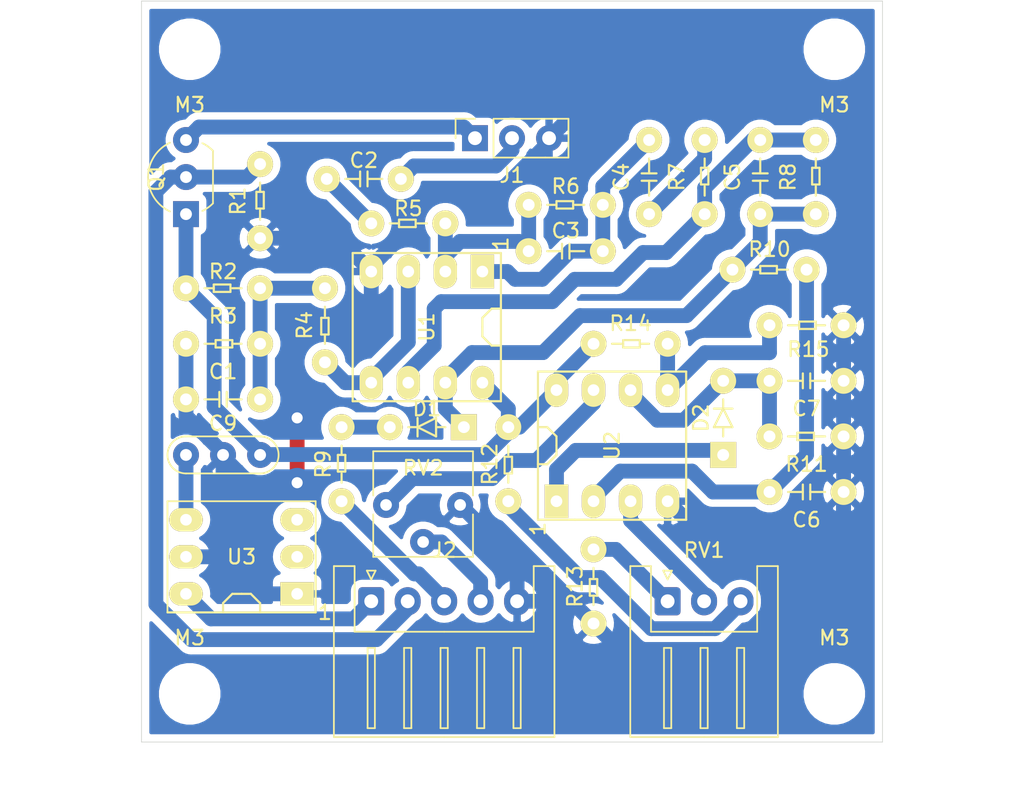
<source format=kicad_pcb>
(kicad_pcb (version 20171130) (host pcbnew "(5.1.9)-1")

  (general
    (thickness 1.6)
    (drawings 6)
    (tracks 186)
    (zones 0)
    (modules 37)
    (nets 29)
  )

  (page A4)
  (title_block
    (title "IPM-165 amplifier circuit")
    (rev 0)
    (company Nakanohito)
  )

  (layers
    (0 F.Cu jumper)
    (31 B.Cu signal)
    (33 F.Adhes user)
    (35 F.Paste user)
    (37 F.SilkS user)
    (38 B.Mask user)
    (39 F.Mask user)
    (40 Dwgs.User user)
    (41 Cmts.User user)
    (42 Eco1.User user)
    (43 Eco2.User user)
    (44 Edge.Cuts user)
    (45 Margin user hide)
    (46 B.CrtYd user)
    (47 F.CrtYd user)
    (49 F.Fab user)
  )

  (setup
    (last_trace_width 1.016)
    (user_trace_width 1.016)
    (trace_clearance 0.4064)
    (zone_clearance 0.508)
    (zone_45_only no)
    (trace_min 1.016)
    (via_size 2.032)
    (via_drill 0.762)
    (via_min_size 2.032)
    (via_min_drill 0.762)
    (user_via 2.032 0.762)
    (uvia_size 2.032)
    (uvia_drill 0.762)
    (uvias_allowed no)
    (uvia_min_size 2.032)
    (uvia_min_drill 0.762)
    (edge_width 0.05)
    (segment_width 0.2)
    (pcb_text_width 0.3)
    (pcb_text_size 1.5 1.5)
    (mod_edge_width 0.12)
    (mod_text_size 1 1)
    (mod_text_width 0.15)
    (pad_size 3.200001 3.200001)
    (pad_drill 3.200001)
    (pad_to_mask_clearance 0.00254)
    (aux_axis_origin 22.86 71.12)
    (grid_origin 22.86 71.12)
    (visible_elements 7FFFFFFF)
    (pcbplotparams
      (layerselection 0x010e0_ffffffff)
      (usegerberextensions false)
      (usegerberattributes false)
      (usegerberadvancedattributes false)
      (creategerberjobfile false)
      (excludeedgelayer true)
      (linewidth 1.016000)
      (plotframeref false)
      (viasonmask false)
      (mode 1)
      (useauxorigin false)
      (hpglpennumber 1)
      (hpglpenspeed 20)
      (hpglpendiameter 15.000000)
      (psnegative false)
      (psa4output false)
      (plotreference true)
      (plotvalue true)
      (plotinvisibletext false)
      (padsonsilk false)
      (subtractmaskfromsilk false)
      (outputformat 1)
      (mirror false)
      (drillshape 0)
      (scaleselection 1)
      (outputdirectory "Gerber/"))
  )

  (net 0 "")
  (net 1 "Net-(C1-Pad1)")
  (net 2 GND)
  (net 3 "Net-(C2-Pad1)")
  (net 4 "Net-(C2-Pad2)")
  (net 5 "Net-(C3-Pad2)")
  (net 6 "Net-(C3-Pad1)")
  (net 7 "Net-(C4-Pad2)")
  (net 8 "Net-(C5-Pad2)")
  (net 9 "Net-(C5-Pad1)")
  (net 10 "Net-(C6-Pad1)")
  (net 11 "Net-(C7-Pad1)")
  (net 12 "Net-(C9-Pad1)")
  (net 13 "Net-(D1-Pad1)")
  (net 14 "Net-(J1-Pad1)")
  (net 15 "Net-(J2-Pad1)")
  (net 16 nEn)
  (net 17 "Net-(J2-Pad3)")
  (net 18 "Net-(J2-Pad4)")
  (net 19 "Net-(R4-Pad1)")
  (net 20 "Net-(R12-Pad1)")
  (net 21 "Net-(R13-Pad2)")
  (net 22 "Net-(RV1-Pad2)")
  (net 23 "Net-(R14-Pad1)")
  (net 24 +5V)
  (net 25 "Net-(D2-Pad2)")
  (net 26 "Net-(RV2-Pad1)")
  (net 27 "Net-(U5-Pad3)")
  (net 28 "Net-(U5-Pad2)")

  (net_class Default "This is the default net class."
    (clearance 0.4064)
    (trace_width 1.016)
    (via_dia 2.032)
    (via_drill 0.762)
    (uvia_dia 2.032)
    (uvia_drill 0.762)
    (diff_pair_width 1.016)
    (diff_pair_gap 0.762)
    (add_net +5V)
    (add_net GND)
    (add_net "Net-(C1-Pad1)")
    (add_net "Net-(C2-Pad1)")
    (add_net "Net-(C2-Pad2)")
    (add_net "Net-(C3-Pad1)")
    (add_net "Net-(C3-Pad2)")
    (add_net "Net-(C4-Pad2)")
    (add_net "Net-(C5-Pad1)")
    (add_net "Net-(C5-Pad2)")
    (add_net "Net-(C6-Pad1)")
    (add_net "Net-(C7-Pad1)")
    (add_net "Net-(C9-Pad1)")
    (add_net "Net-(D1-Pad1)")
    (add_net "Net-(D2-Pad2)")
    (add_net "Net-(J1-Pad1)")
    (add_net "Net-(J2-Pad1)")
    (add_net "Net-(J2-Pad3)")
    (add_net "Net-(J2-Pad4)")
    (add_net "Net-(R12-Pad1)")
    (add_net "Net-(R13-Pad2)")
    (add_net "Net-(R14-Pad1)")
    (add_net "Net-(R4-Pad1)")
    (add_net "Net-(RV1-Pad2)")
    (add_net "Net-(RV2-Pad1)")
    (add_net "Net-(U5-Pad2)")
    (add_net "Net-(U5-Pad3)")
    (add_net nEn)
  )

  (module MountingHole:MountingHole_3.2mm_M3_ISO7380 (layer F.Cu) (tedit 56D1B4CB) (tstamp 609101E5)
    (at 26.162 23.622)
    (descr "Mounting Hole 3.2mm, no annular, M3, ISO7380")
    (tags "mounting hole 3.2mm no annular m3 iso7380")
    (attr virtual)
    (fp_text reference M3 (at 0 3.81) (layer F.SilkS)
      (effects (font (size 1 1) (thickness 0.15)))
    )
    (fp_text value MountingHole_3.2mm_M3_ISO7380 (at 0 3.85) (layer F.Fab)
      (effects (font (size 1 1) (thickness 0.15)))
    )
    (fp_text user %R (at 0.3 0) (layer F.Fab)
      (effects (font (size 1 1) (thickness 0.15)))
    )
    (fp_circle (center 0 0) (end 2.85 0) (layer Cmts.User) (width 0.15))
    (fp_circle (center 0 0) (end 3.1 0) (layer F.CrtYd) (width 0.05))
    (pad 1 np_thru_hole circle (at 0 0) (size 3.2 3.2) (drill 3.2) (layers *.Cu *.Mask))
  )

  (module MountingHole:MountingHole_3.2mm_M3_ISO7380 (layer F.Cu) (tedit 56D1B4CB) (tstamp 60910218)
    (at 70.358 23.622)
    (descr "Mounting Hole 3.2mm, no annular, M3, ISO7380")
    (tags "mounting hole 3.2mm no annular m3 iso7380")
    (attr virtual)
    (fp_text reference M3 (at 0 3.81) (layer F.SilkS)
      (effects (font (size 1 1) (thickness 0.15)))
    )
    (fp_text value MountingHole_3.2mm_M3_ISO7380 (at 0 3.85) (layer F.Fab)
      (effects (font (size 1 1) (thickness 0.15)))
    )
    (fp_text user %R (at 0.3 0) (layer F.Fab)
      (effects (font (size 1 1) (thickness 0.15)))
    )
    (fp_circle (center 0 0) (end 2.85 0) (layer Cmts.User) (width 0.15))
    (fp_circle (center 0 0) (end 3.1 0) (layer F.CrtYd) (width 0.05))
    (pad 1 np_thru_hole circle (at 0 0) (size 3.2 3.2) (drill 3.2) (layers *.Cu *.Mask))
  )

  (module MountingHole:MountingHole_3.2mm_M3_ISO7380 (layer F.Cu) (tedit 609083B3) (tstamp 609101D0)
    (at 70.358 67.818)
    (descr "Mounting Hole 3.2mm, no annular, M3, ISO7380")
    (tags "mounting hole 3.2mm no annular m3 iso7380")
    (attr virtual)
    (fp_text reference M3 (at 0 -3.85) (layer F.SilkS)
      (effects (font (size 1 1) (thickness 0.15)))
    )
    (fp_text value MountingHole_3.2mm_M3_ISO7380 (at 0 3.85) (layer F.Fab)
      (effects (font (size 1 1) (thickness 0.15)))
    )
    (fp_text user %R (at 0.3 0) (layer F.Fab)
      (effects (font (size 1 1) (thickness 0.15)))
    )
    (fp_circle (center 0 0) (end 2.85 0) (layer Cmts.User) (width 0.15))
    (fp_circle (center 0 0) (end 3.1 0) (layer F.CrtYd) (width 0.05))
    (pad "" np_thru_hole circle (at 0 0) (size 3.200001 3.200001) (drill 3.200001) (layers *.Cu *.Mask))
  )

  (module MountingHole:MountingHole_3.2mm_M3_ISO7380 (layer F.Cu) (tedit 56D1B4CB) (tstamp 6091022D)
    (at 26.162 67.818)
    (descr "Mounting Hole 3.2mm, no annular, M3, ISO7380")
    (tags "mounting hole 3.2mm no annular m3 iso7380")
    (attr virtual)
    (fp_text reference M3 (at 0 -3.85) (layer F.SilkS)
      (effects (font (size 1 1) (thickness 0.15)))
    )
    (fp_text value MountingHole_3.2mm_M3_ISO7380 (at 0 3.85) (layer F.Fab)
      (effects (font (size 1 1) (thickness 0.15)))
    )
    (fp_text user %R (at 0.3 0) (layer F.Fab)
      (effects (font (size 1 1) (thickness 0.15)))
    )
    (fp_circle (center 0 0) (end 2.85 0) (layer Cmts.User) (width 0.15))
    (fp_circle (center 0 0) (end 3.1 0) (layer F.CrtYd) (width 0.05))
    (pad 1 np_thru_hole circle (at 0 0) (size 3.2 3.2) (drill 3.2) (layers *.Cu *.Mask))
  )

  (module User_Library:R_2 (layer F.Cu) (tedit 60907D26) (tstamp 609102EB)
    (at 38.608 35.56)
    (path /60606D8C)
    (fp_text reference R5 (at 2.54 -1.016) (layer F.SilkS)
      (effects (font (size 1 1) (thickness 0.15)))
    )
    (fp_text value 1.5k (at 2.54 -1.905) (layer F.Fab)
      (effects (font (size 1 1) (thickness 0.15)))
    )
    (fp_line (start 1.27 0) (end 1.905 0) (layer F.SilkS) (width 0.15))
    (fp_line (start 3.175 0) (end 3.81 0) (layer F.SilkS) (width 0.15))
    (fp_line (start 3.048 -0.254) (end 1.905 -0.254) (layer F.SilkS) (width 0.15))
    (fp_line (start 3.048 0.254) (end 3.048 -0.254) (layer F.SilkS) (width 0.15))
    (fp_line (start 1.905 0.254) (end 3.048 0.254) (layer F.SilkS) (width 0.15))
    (fp_line (start 1.905 -0.254) (end 1.905 0.254) (layer F.SilkS) (width 0.15))
    (pad 2 thru_hole circle (at 5.08 0) (size 1.778 1.778) (drill 0.8128) (layers *.Cu *.Mask F.SilkS)
      (net 6 "Net-(C3-Pad1)"))
    (pad 1 thru_hole circle (at 0 0) (size 1.778 1.778) (drill 0.8128) (layers *.Cu *.Mask F.SilkS)
      (net 4 "Net-(C2-Pad2)"))
  )

  (module User_Library:R_2 (layer F.Cu) (tedit 60907D26) (tstamp 6091030C)
    (at 36.576 49.53 270)
    (path /606D8F7C)
    (fp_text reference R9 (at 2.54 1.27 90) (layer F.SilkS)
      (effects (font (size 1 1) (thickness 0.15)))
    )
    (fp_text value 10k (at 2.54 -1.905 90) (layer F.Fab)
      (effects (font (size 1 1) (thickness 0.15)))
    )
    (fp_line (start 1.27 0) (end 1.905 0) (layer F.SilkS) (width 0.15))
    (fp_line (start 3.175 0) (end 3.81 0) (layer F.SilkS) (width 0.15))
    (fp_line (start 3.048 -0.254) (end 1.905 -0.254) (layer F.SilkS) (width 0.15))
    (fp_line (start 3.048 0.254) (end 3.048 -0.254) (layer F.SilkS) (width 0.15))
    (fp_line (start 1.905 0.254) (end 3.048 0.254) (layer F.SilkS) (width 0.15))
    (fp_line (start 1.905 -0.254) (end 1.905 0.254) (layer F.SilkS) (width 0.15))
    (pad 2 thru_hole circle (at 5.08 0 270) (size 1.778 1.778) (drill 0.8128) (layers *.Cu *.Mask F.SilkS)
      (net 17 "Net-(J2-Pad3)"))
    (pad 1 thru_hole circle (at 0 0 270) (size 1.778 1.778) (drill 0.8128) (layers *.Cu *.Mask F.SilkS)
      (net 13 "Net-(D1-Pad1)"))
  )

  (module KiLib_merl_03:DIP08 (layer F.Cu) (tedit 5765F97A) (tstamp 60910297)
    (at 46.228 38.862 270)
    (path /607352C7)
    (fp_text reference U1 (at 3.81 3.81 90) (layer F.SilkS)
      (effects (font (size 1 1) (thickness 0.15)))
    )
    (fp_text value NJM4580 (at 2.54 10.16 90) (layer F.Fab)
      (effects (font (size 1 1) (thickness 0.15)))
    )
    (fp_text user 1 (at -1.905 -1.27 90) (layer F.SilkS)
      (effects (font (size 1 1) (thickness 0.15)))
    )
    (fp_line (start 3.81 0) (end 3.175 0) (layer F.SilkS) (width 0.15))
    (fp_line (start 3.175 0) (end 2.54 -0.635) (layer F.SilkS) (width 0.15))
    (fp_line (start 2.54 -0.635) (end 2.54 -1.27) (layer F.SilkS) (width 0.15))
    (fp_line (start 3.81 0) (end 4.445 0) (layer F.SilkS) (width 0.15))
    (fp_line (start 4.445 0) (end 5.08 -0.635) (layer F.SilkS) (width 0.15))
    (fp_line (start 5.08 -0.635) (end 5.08 -1.27) (layer F.SilkS) (width 0.15))
    (fp_line (start -1.27 1.27) (end -1.27 8.89) (layer F.SilkS) (width 0.15))
    (fp_line (start -1.27 8.89) (end 8.89 8.89) (layer F.SilkS) (width 0.15))
    (fp_line (start 8.89 8.89) (end 8.89 -1.27) (layer F.SilkS) (width 0.15))
    (fp_line (start 8.89 -1.27) (end -1.27 -1.27) (layer F.SilkS) (width 0.15))
    (fp_line (start -1.27 -1.27) (end -1.27 1.27) (layer F.SilkS) (width 0.15))
    (pad 8 thru_hole oval (at 7.62 0 270) (size 2.3 1.6) (drill 0.8) (layers *.Cu *.Mask F.SilkS)
      (net 24 +5V))
    (pad 7 thru_hole oval (at 7.62 2.54 270) (size 2.3 1.6) (drill 0.8) (layers *.Cu *.Mask F.SilkS)
      (net 8 "Net-(C5-Pad2)"))
    (pad 6 thru_hole oval (at 7.62 5.08 270) (size 2.3 1.6) (drill 0.8) (layers *.Cu *.Mask F.SilkS)
      (net 9 "Net-(C5-Pad1)"))
    (pad 5 thru_hole oval (at 7.62 7.62 270) (size 2.3 1.6) (drill 0.8) (layers *.Cu *.Mask F.SilkS)
      (net 19 "Net-(R4-Pad1)"))
    (pad 4 thru_hole oval (at 0 7.62 270) (size 2.3 1.6) (drill 0.8) (layers *.Cu *.Mask F.SilkS)
      (net 2 GND))
    (pad 3 thru_hole oval (at 0 5.08 270) (size 2.3 1.6) (drill 0.8) (layers *.Cu *.Mask F.SilkS)
      (net 19 "Net-(R4-Pad1)"))
    (pad 2 thru_hole oval (at 0 2.54 270) (size 2.3 1.6) (drill 0.8) (layers *.Cu *.Mask F.SilkS)
      (net 6 "Net-(C3-Pad1)"))
    (pad 1 thru_hole rect (at 0 0 270) (size 2.3 1.6) (drill 0.8) (layers *.Cu *.Mask F.SilkS)
      (net 5 "Net-(C3-Pad2)"))
  )

  (module User_Library:C_2 (layer F.Cu) (tedit 60907CA0) (tstamp 609102CE)
    (at 30.988 47.625 180)
    (path /60623C2A)
    (fp_text reference C1 (at 2.54 1.905) (layer F.SilkS)
      (effects (font (size 1 1) (thickness 0.15)))
    )
    (fp_text value 10u (at 2.54 -1.905) (layer F.Fab)
      (effects (font (size 1 1) (thickness 0.15)))
    )
    (fp_line (start 2.286 0.508) (end 2.286 -0.508) (layer F.SilkS) (width 0.15))
    (fp_line (start 2.794 0.508) (end 2.794 -0.508) (layer F.SilkS) (width 0.15))
    (fp_line (start 2.794 0) (end 3.81 0) (layer F.SilkS) (width 0.15))
    (fp_line (start 2.286 0) (end 1.27 0) (layer F.SilkS) (width 0.15))
    (pad 2 thru_hole circle (at 5.08 0 180) (size 1.778 1.778) (drill 0.8128) (layers *.Cu *.Mask F.SilkS)
      (net 2 GND))
    (pad 1 thru_hole circle (at 0 0 180) (size 1.778 1.778) (drill 0.8128) (layers *.Cu *.Mask F.SilkS)
      (net 1 "Net-(C1-Pad1)"))
  )

  (module User_Library:DIP6 (layer F.Cu) (tedit 607827D8) (tstamp 60910256)
    (at 29.718 63.5 180)
    (path /6065F956)
    (fp_text reference U3 (at 0 5.08) (layer F.SilkS)
      (effects (font (size 1 1) (thickness 0.15)))
    )
    (fp_text value AE-XCL103 (at 0 10.16) (layer F.Fab)
      (effects (font (size 1 1) (thickness 0.15)))
    )
    (fp_text user 1 (at -5.715 1.27) (layer F.SilkS)
      (effects (font (size 1 1) (thickness 0.15)))
    )
    (fp_line (start 0 2.54) (end -0.635 2.54) (layer F.SilkS) (width 0.15))
    (fp_line (start 1.27 1.905) (end 1.27 1.27) (layer F.SilkS) (width 0.15))
    (fp_line (start 0 2.54) (end 0.635 2.54) (layer F.SilkS) (width 0.15))
    (fp_line (start -0.635 2.54) (end -1.27 1.905) (layer F.SilkS) (width 0.15))
    (fp_line (start -1.27 1.905) (end -1.27 1.27) (layer F.SilkS) (width 0.15))
    (fp_line (start 5.08 1.27) (end -5.08 1.27) (layer F.SilkS) (width 0.15))
    (fp_line (start 0.635 2.54) (end 1.27 1.905) (layer F.SilkS) (width 0.15))
    (fp_line (start -5.08 1.27) (end -5.08 3.81) (layer F.SilkS) (width 0.15))
    (fp_line (start -5.08 3.81) (end -5.08 8.89) (layer F.SilkS) (width 0.12))
    (fp_line (start -5.08 8.89) (end 5.08 8.89) (layer F.SilkS) (width 0.12))
    (fp_line (start 5.08 8.89) (end 5.08 1.27) (layer F.SilkS) (width 0.12))
    (pad 2 thru_hole oval (at -3.81 5.08 180) (size 2.3 1.6) (drill 0.8) (layers *.Cu *.Mask F.SilkS)
      (net 28 "Net-(U5-Pad2)"))
    (pad 4 thru_hole oval (at 3.81 7.62 180) (size 2.3 1.6) (drill 0.8) (layers *.Cu *.Mask F.SilkS)
      (net 12 "Net-(C9-Pad1)"))
    (pad 5 thru_hole oval (at 3.81 5.08 180) (size 2.3 1.6) (drill 0.8) (layers *.Cu *.Mask F.SilkS)
      (net 2 GND))
    (pad 6 thru_hole oval (at 3.81 2.54 180) (size 2.3 1.6) (drill 0.8) (layers *.Cu *.Mask F.SilkS)
      (net 15 "Net-(J2-Pad1)"))
    (pad 1 thru_hole rect (at -3.81 2.54 180) (size 2.3 1.6) (drill 0.8) (layers *.Cu *.Mask F.SilkS)
      (net 2 GND))
    (pad 3 thru_hole oval (at -3.81 7.62 180) (size 2.3 1.6) (drill 0.8) (layers *.Cu *.Mask F.SilkS)
      (net 27 "Net-(U5-Pad3)"))
  )

  (module KiLib_merl_03:DIP08 (layer F.Cu) (tedit 5765F97A) (tstamp 60910339)
    (at 51.308 54.61 90)
    (path /6069C156)
    (fp_text reference U2 (at 3.81 3.81 90) (layer F.SilkS)
      (effects (font (size 1 1) (thickness 0.15)))
    )
    (fp_text value LM358 (at 2.54 10.16 90) (layer F.Fab)
      (effects (font (size 1 1) (thickness 0.15)))
    )
    (fp_text user 1 (at -1.905 -1.27 90) (layer F.SilkS)
      (effects (font (size 1 1) (thickness 0.15)))
    )
    (fp_line (start 3.81 0) (end 3.175 0) (layer F.SilkS) (width 0.15))
    (fp_line (start 3.175 0) (end 2.54 -0.635) (layer F.SilkS) (width 0.15))
    (fp_line (start 2.54 -0.635) (end 2.54 -1.27) (layer F.SilkS) (width 0.15))
    (fp_line (start 3.81 0) (end 4.445 0) (layer F.SilkS) (width 0.15))
    (fp_line (start 4.445 0) (end 5.08 -0.635) (layer F.SilkS) (width 0.15))
    (fp_line (start 5.08 -0.635) (end 5.08 -1.27) (layer F.SilkS) (width 0.15))
    (fp_line (start -1.27 1.27) (end -1.27 8.89) (layer F.SilkS) (width 0.15))
    (fp_line (start -1.27 8.89) (end 8.89 8.89) (layer F.SilkS) (width 0.15))
    (fp_line (start 8.89 8.89) (end 8.89 -1.27) (layer F.SilkS) (width 0.15))
    (fp_line (start 8.89 -1.27) (end -1.27 -1.27) (layer F.SilkS) (width 0.15))
    (fp_line (start -1.27 -1.27) (end -1.27 1.27) (layer F.SilkS) (width 0.15))
    (pad 8 thru_hole oval (at 7.62 0 90) (size 2.3 1.6) (drill 0.8) (layers *.Cu *.Mask F.SilkS)
      (net 24 +5V))
    (pad 7 thru_hole oval (at 7.62 2.54 90) (size 2.3 1.6) (drill 0.8) (layers *.Cu *.Mask F.SilkS)
      (net 26 "Net-(RV2-Pad1)"))
    (pad 6 thru_hole oval (at 7.62 5.08 90) (size 2.3 1.6) (drill 0.8) (layers *.Cu *.Mask F.SilkS)
      (net 11 "Net-(C7-Pad1)"))
    (pad 5 thru_hole oval (at 7.62 7.62 90) (size 2.3 1.6) (drill 0.8) (layers *.Cu *.Mask F.SilkS)
      (net 23 "Net-(R14-Pad1)"))
    (pad 4 thru_hole oval (at 0 7.62 90) (size 2.3 1.6) (drill 0.8) (layers *.Cu *.Mask F.SilkS)
      (net 2 GND))
    (pad 3 thru_hole oval (at 0 5.08 90) (size 2.3 1.6) (drill 0.8) (layers *.Cu *.Mask F.SilkS)
      (net 22 "Net-(RV1-Pad2)"))
    (pad 2 thru_hole oval (at 0 2.54 90) (size 2.3 1.6) (drill 0.8) (layers *.Cu *.Mask F.SilkS)
      (net 10 "Net-(C6-Pad1)"))
    (pad 1 thru_hole rect (at 0 0 90) (size 2.3 1.6) (drill 0.8) (layers *.Cu *.Mask F.SilkS)
      (net 25 "Net-(D2-Pad2)"))
  )

  (module User_Library:C_2 (layer F.Cu) (tedit 60907CA0) (tstamp 60910370)
    (at 40.64 32.512 180)
    (path /60617F37)
    (fp_text reference C2 (at 2.54 1.27) (layer F.SilkS)
      (effects (font (size 1 1) (thickness 0.15)))
    )
    (fp_text value 10u (at 2.54 -1.905) (layer F.Fab)
      (effects (font (size 1 1) (thickness 0.15)))
    )
    (fp_line (start 2.286 0.508) (end 2.286 -0.508) (layer F.SilkS) (width 0.15))
    (fp_line (start 2.794 0.508) (end 2.794 -0.508) (layer F.SilkS) (width 0.15))
    (fp_line (start 2.794 0) (end 3.81 0) (layer F.SilkS) (width 0.15))
    (fp_line (start 2.286 0) (end 1.27 0) (layer F.SilkS) (width 0.15))
    (pad 2 thru_hole circle (at 5.08 0 180) (size 1.778 1.778) (drill 0.8128) (layers *.Cu *.Mask F.SilkS)
      (net 4 "Net-(C2-Pad2)"))
    (pad 1 thru_hole circle (at 0 0 180) (size 1.778 1.778) (drill 0.8128) (layers *.Cu *.Mask F.SilkS)
      (net 3 "Net-(C2-Pad1)"))
  )

  (module User_Library:C_2 (layer F.Cu) (tedit 60907CA0) (tstamp 6091038B)
    (at 49.403 37.465)
    (path /6060A315)
    (fp_text reference C3 (at 2.54 -1.397) (layer F.SilkS)
      (effects (font (size 1 1) (thickness 0.15)))
    )
    (fp_text value 1n (at 2.54 -1.905) (layer F.Fab)
      (effects (font (size 1 1) (thickness 0.15)))
    )
    (fp_line (start 2.286 0.508) (end 2.286 -0.508) (layer F.SilkS) (width 0.15))
    (fp_line (start 2.794 0.508) (end 2.794 -0.508) (layer F.SilkS) (width 0.15))
    (fp_line (start 2.794 0) (end 3.81 0) (layer F.SilkS) (width 0.15))
    (fp_line (start 2.286 0) (end 1.27 0) (layer F.SilkS) (width 0.15))
    (pad 2 thru_hole circle (at 5.08 0) (size 1.778 1.778) (drill 0.8128) (layers *.Cu *.Mask F.SilkS)
      (net 5 "Net-(C3-Pad2)"))
    (pad 1 thru_hole circle (at 0 0) (size 1.778 1.778) (drill 0.8128) (layers *.Cu *.Mask F.SilkS)
      (net 6 "Net-(C3-Pad1)"))
  )

  (module User_Library:C_2 (layer F.Cu) (tedit 60907CA0) (tstamp 609103A6)
    (at 57.658 29.845 270)
    (path /6065EB0C)
    (fp_text reference C4 (at 2.54 1.905 90) (layer F.SilkS)
      (effects (font (size 1 1) (thickness 0.15)))
    )
    (fp_text value 10u (at 2.54 -1.905 90) (layer F.Fab)
      (effects (font (size 1 1) (thickness 0.15)))
    )
    (fp_line (start 2.286 0.508) (end 2.286 -0.508) (layer F.SilkS) (width 0.15))
    (fp_line (start 2.794 0.508) (end 2.794 -0.508) (layer F.SilkS) (width 0.15))
    (fp_line (start 2.794 0) (end 3.81 0) (layer F.SilkS) (width 0.15))
    (fp_line (start 2.286 0) (end 1.27 0) (layer F.SilkS) (width 0.15))
    (pad 2 thru_hole circle (at 5.08 0 270) (size 1.778 1.778) (drill 0.8128) (layers *.Cu *.Mask F.SilkS)
      (net 7 "Net-(C4-Pad2)"))
    (pad 1 thru_hole circle (at 0 0 270) (size 1.778 1.778) (drill 0.8128) (layers *.Cu *.Mask F.SilkS)
      (net 5 "Net-(C3-Pad2)"))
  )

  (module User_Library:C_2 (layer F.Cu) (tedit 60907CA0) (tstamp 609103C1)
    (at 65.278 29.845 270)
    (path /6065EADB)
    (fp_text reference C5 (at 2.54 1.905 90) (layer F.SilkS)
      (effects (font (size 1 1) (thickness 0.15)))
    )
    (fp_text value 1n (at 2.54 -1.905 90) (layer F.Fab)
      (effects (font (size 1 1) (thickness 0.15)))
    )
    (fp_line (start 2.286 0.508) (end 2.286 -0.508) (layer F.SilkS) (width 0.15))
    (fp_line (start 2.794 0.508) (end 2.794 -0.508) (layer F.SilkS) (width 0.15))
    (fp_line (start 2.794 0) (end 3.81 0) (layer F.SilkS) (width 0.15))
    (fp_line (start 2.286 0) (end 1.27 0) (layer F.SilkS) (width 0.15))
    (pad 2 thru_hole circle (at 5.08 0 270) (size 1.778 1.778) (drill 0.8128) (layers *.Cu *.Mask F.SilkS)
      (net 8 "Net-(C5-Pad2)"))
    (pad 1 thru_hole circle (at 0 0 270) (size 1.778 1.778) (drill 0.8128) (layers *.Cu *.Mask F.SilkS)
      (net 9 "Net-(C5-Pad1)"))
  )

  (module User_Library:C_2 (layer F.Cu) (tedit 60907CA0) (tstamp 609103DC)
    (at 65.913 53.975)
    (path /6077BDD8)
    (fp_text reference C6 (at 2.54 1.905) (layer F.SilkS)
      (effects (font (size 1 1) (thickness 0.15)))
    )
    (fp_text value 0.1u (at 2.54 -1.905) (layer F.Fab)
      (effects (font (size 1 1) (thickness 0.15)))
    )
    (fp_line (start 2.286 0.508) (end 2.286 -0.508) (layer F.SilkS) (width 0.15))
    (fp_line (start 2.794 0.508) (end 2.794 -0.508) (layer F.SilkS) (width 0.15))
    (fp_line (start 2.794 0) (end 3.81 0) (layer F.SilkS) (width 0.15))
    (fp_line (start 2.286 0) (end 1.27 0) (layer F.SilkS) (width 0.15))
    (pad 2 thru_hole circle (at 5.08 0) (size 1.778 1.778) (drill 0.8128) (layers *.Cu *.Mask F.SilkS)
      (net 2 GND))
    (pad 1 thru_hole circle (at 0 0) (size 1.778 1.778) (drill 0.8128) (layers *.Cu *.Mask F.SilkS)
      (net 10 "Net-(C6-Pad1)"))
  )

  (module User_Library:C_2 (layer F.Cu) (tedit 60907CA0) (tstamp 609103F7)
    (at 65.913 46.355)
    (path /606A3575)
    (fp_text reference C7 (at 2.54 1.905) (layer F.SilkS)
      (effects (font (size 1 1) (thickness 0.15)))
    )
    (fp_text value 1u (at 2.54 -1.905) (layer F.Fab)
      (effects (font (size 1 1) (thickness 0.15)))
    )
    (fp_line (start 2.286 0.508) (end 2.286 -0.508) (layer F.SilkS) (width 0.15))
    (fp_line (start 2.794 0.508) (end 2.794 -0.508) (layer F.SilkS) (width 0.15))
    (fp_line (start 2.794 0) (end 3.81 0) (layer F.SilkS) (width 0.15))
    (fp_line (start 2.286 0) (end 1.27 0) (layer F.SilkS) (width 0.15))
    (pad 2 thru_hole circle (at 5.08 0) (size 1.778 1.778) (drill 0.8128) (layers *.Cu *.Mask F.SilkS)
      (net 2 GND))
    (pad 1 thru_hole circle (at 0 0) (size 1.778 1.778) (drill 0.8128) (layers *.Cu *.Mask F.SilkS)
      (net 11 "Net-(C7-Pad1)"))
  )

  (module User_Library:D_2 (layer F.Cu) (tedit 60907CDA) (tstamp 60910414)
    (at 39.878 49.53)
    (path /606B358B)
    (fp_text reference D1 (at 2.54 -1.27) (layer F.SilkS)
      (effects (font (size 1 1) (thickness 0.15)))
    )
    (fp_text value 1N4148 (at 2.54 -1.905) (layer F.Fab)
      (effects (font (size 1 1) (thickness 0.15)))
    )
    (fp_line (start 3.175 0) (end 3.81 0) (layer F.SilkS) (width 0.15))
    (fp_line (start 1.27 0) (end 1.905 0) (layer F.SilkS) (width 0.15))
    (fp_line (start 1.905 0) (end 3.175 -0.635) (layer F.SilkS) (width 0.15))
    (fp_line (start 3.175 -0.635) (end 3.175 0.635) (layer F.SilkS) (width 0.15))
    (fp_line (start 3.175 0.635) (end 1.905 0) (layer F.SilkS) (width 0.15))
    (fp_line (start 1.905 -0.635) (end 1.905 0.635) (layer F.SilkS) (width 0.15))
    (pad 2 thru_hole rect (at 5.08 0) (size 1.778 1.778) (drill 0.8128) (layers *.Cu *.Mask F.SilkS)
      (net 8 "Net-(C5-Pad2)"))
    (pad 1 thru_hole circle (at 0 0) (size 1.778 1.778) (drill 0.8128) (layers *.Cu *.Mask F.SilkS)
      (net 13 "Net-(D1-Pad1)"))
  )

  (module User_Library:D_2 (layer F.Cu) (tedit 60907CDA) (tstamp 60910477)
    (at 62.738 46.355 270)
    (path /607DC56D)
    (fp_text reference D2 (at 2.54 1.524 90) (layer F.SilkS)
      (effects (font (size 1 1) (thickness 0.15)))
    )
    (fp_text value 1N4148 (at 2.54 -1.905 90) (layer F.Fab)
      (effects (font (size 1 1) (thickness 0.15)))
    )
    (fp_line (start 3.175 0) (end 3.81 0) (layer F.SilkS) (width 0.15))
    (fp_line (start 1.27 0) (end 1.905 0) (layer F.SilkS) (width 0.15))
    (fp_line (start 1.905 0) (end 3.175 -0.635) (layer F.SilkS) (width 0.15))
    (fp_line (start 3.175 -0.635) (end 3.175 0.635) (layer F.SilkS) (width 0.15))
    (fp_line (start 3.175 0.635) (end 1.905 0) (layer F.SilkS) (width 0.15))
    (fp_line (start 1.905 -0.635) (end 1.905 0.635) (layer F.SilkS) (width 0.15))
    (pad 2 thru_hole rect (at 5.08 0 270) (size 1.778 1.778) (drill 0.8128) (layers *.Cu *.Mask F.SilkS)
      (net 25 "Net-(D2-Pad2)"))
    (pad 1 thru_hole circle (at 0 0 270) (size 1.778 1.778) (drill 0.8128) (layers *.Cu *.Mask F.SilkS)
      (net 11 "Net-(C7-Pad1)"))
  )

  (module User_Library:R_2 (layer F.Cu) (tedit 60907D26) (tstamp 60910435)
    (at 30.988 31.496 270)
    (path /60697411)
    (fp_text reference R1 (at 2.54 1.524 90) (layer F.SilkS)
      (effects (font (size 1 1) (thickness 0.15)))
    )
    (fp_text value 10k (at 2.54 -1.905 90) (layer F.Fab)
      (effects (font (size 1 1) (thickness 0.15)))
    )
    (fp_line (start 1.27 0) (end 1.905 0) (layer F.SilkS) (width 0.15))
    (fp_line (start 3.175 0) (end 3.81 0) (layer F.SilkS) (width 0.15))
    (fp_line (start 3.048 -0.254) (end 1.905 -0.254) (layer F.SilkS) (width 0.15))
    (fp_line (start 3.048 0.254) (end 3.048 -0.254) (layer F.SilkS) (width 0.15))
    (fp_line (start 1.905 0.254) (end 3.048 0.254) (layer F.SilkS) (width 0.15))
    (fp_line (start 1.905 -0.254) (end 1.905 0.254) (layer F.SilkS) (width 0.15))
    (pad 2 thru_hole circle (at 5.08 0 270) (size 1.778 1.778) (drill 0.8128) (layers *.Cu *.Mask F.SilkS)
      (net 2 GND))
    (pad 1 thru_hole circle (at 0 0 270) (size 1.778 1.778) (drill 0.8128) (layers *.Cu *.Mask F.SilkS)
      (net 16 nEn))
  )

  (module User_Library:R_2 (layer F.Cu) (tedit 60907D26) (tstamp 609104B9)
    (at 25.908 40.005)
    (path /6061A834)
    (fp_text reference R2 (at 2.54 -1.143) (layer F.SilkS)
      (effects (font (size 1 1) (thickness 0.15)))
    )
    (fp_text value 10k (at 2.54 -1.905) (layer F.Fab)
      (effects (font (size 1 1) (thickness 0.15)))
    )
    (fp_line (start 1.27 0) (end 1.905 0) (layer F.SilkS) (width 0.15))
    (fp_line (start 3.175 0) (end 3.81 0) (layer F.SilkS) (width 0.15))
    (fp_line (start 3.048 -0.254) (end 1.905 -0.254) (layer F.SilkS) (width 0.15))
    (fp_line (start 3.048 0.254) (end 3.048 -0.254) (layer F.SilkS) (width 0.15))
    (fp_line (start 1.905 0.254) (end 3.048 0.254) (layer F.SilkS) (width 0.15))
    (fp_line (start 1.905 -0.254) (end 1.905 0.254) (layer F.SilkS) (width 0.15))
    (pad 2 thru_hole circle (at 5.08 0) (size 1.778 1.778) (drill 0.8128) (layers *.Cu *.Mask F.SilkS)
      (net 1 "Net-(C1-Pad1)"))
    (pad 1 thru_hole circle (at 0 0) (size 1.778 1.778) (drill 0.8128) (layers *.Cu *.Mask F.SilkS)
      (net 24 +5V))
  )

  (module User_Library:R_2 (layer F.Cu) (tedit 60907D26) (tstamp 60910456)
    (at 30.988 43.815 180)
    (path /60623322)
    (fp_text reference R3 (at 2.54 1.905) (layer F.SilkS)
      (effects (font (size 1 1) (thickness 0.15)))
    )
    (fp_text value 10k (at 2.54 -1.905) (layer F.Fab)
      (effects (font (size 1 1) (thickness 0.15)))
    )
    (fp_line (start 1.27 0) (end 1.905 0) (layer F.SilkS) (width 0.15))
    (fp_line (start 3.175 0) (end 3.81 0) (layer F.SilkS) (width 0.15))
    (fp_line (start 3.048 -0.254) (end 1.905 -0.254) (layer F.SilkS) (width 0.15))
    (fp_line (start 3.048 0.254) (end 3.048 -0.254) (layer F.SilkS) (width 0.15))
    (fp_line (start 1.905 0.254) (end 3.048 0.254) (layer F.SilkS) (width 0.15))
    (fp_line (start 1.905 -0.254) (end 1.905 0.254) (layer F.SilkS) (width 0.15))
    (pad 2 thru_hole circle (at 5.08 0 180) (size 1.778 1.778) (drill 0.8128) (layers *.Cu *.Mask F.SilkS)
      (net 2 GND))
    (pad 1 thru_hole circle (at 0 0 180) (size 1.778 1.778) (drill 0.8128) (layers *.Cu *.Mask F.SilkS)
      (net 1 "Net-(C1-Pad1)"))
  )

  (module User_Library:R_2 (layer F.Cu) (tedit 60907D26) (tstamp 60910498)
    (at 35.433 45.085 90)
    (path /60651EE6)
    (fp_text reference R4 (at 2.54 -1.397 90) (layer F.SilkS)
      (effects (font (size 1 1) (thickness 0.15)))
    )
    (fp_text value 1.5k (at 2.54 -1.905 90) (layer F.Fab)
      (effects (font (size 1 1) (thickness 0.15)))
    )
    (fp_line (start 1.27 0) (end 1.905 0) (layer F.SilkS) (width 0.15))
    (fp_line (start 3.175 0) (end 3.81 0) (layer F.SilkS) (width 0.15))
    (fp_line (start 3.048 -0.254) (end 1.905 -0.254) (layer F.SilkS) (width 0.15))
    (fp_line (start 3.048 0.254) (end 3.048 -0.254) (layer F.SilkS) (width 0.15))
    (fp_line (start 1.905 0.254) (end 3.048 0.254) (layer F.SilkS) (width 0.15))
    (fp_line (start 1.905 -0.254) (end 1.905 0.254) (layer F.SilkS) (width 0.15))
    (pad 2 thru_hole circle (at 5.08 0 90) (size 1.778 1.778) (drill 0.8128) (layers *.Cu *.Mask F.SilkS)
      (net 1 "Net-(C1-Pad1)"))
    (pad 1 thru_hole circle (at 0 0 90) (size 1.778 1.778) (drill 0.8128) (layers *.Cu *.Mask F.SilkS)
      (net 19 "Net-(R4-Pad1)"))
  )

  (module User_Library:R_2 (layer F.Cu) (tedit 60907D26) (tstamp 609104DA)
    (at 49.403 34.29)
    (path /60608819)
    (fp_text reference R6 (at 2.54 -1.27) (layer F.SilkS)
      (effects (font (size 1 1) (thickness 0.15)))
    )
    (fp_text value 150k (at 2.54 -1.905) (layer F.Fab)
      (effects (font (size 1 1) (thickness 0.15)))
    )
    (fp_line (start 1.27 0) (end 1.905 0) (layer F.SilkS) (width 0.15))
    (fp_line (start 3.175 0) (end 3.81 0) (layer F.SilkS) (width 0.15))
    (fp_line (start 3.048 -0.254) (end 1.905 -0.254) (layer F.SilkS) (width 0.15))
    (fp_line (start 3.048 0.254) (end 3.048 -0.254) (layer F.SilkS) (width 0.15))
    (fp_line (start 1.905 0.254) (end 3.048 0.254) (layer F.SilkS) (width 0.15))
    (fp_line (start 1.905 -0.254) (end 1.905 0.254) (layer F.SilkS) (width 0.15))
    (pad 2 thru_hole circle (at 5.08 0) (size 1.778 1.778) (drill 0.8128) (layers *.Cu *.Mask F.SilkS)
      (net 5 "Net-(C3-Pad2)"))
    (pad 1 thru_hole circle (at 0 0) (size 1.778 1.778) (drill 0.8128) (layers *.Cu *.Mask F.SilkS)
      (net 6 "Net-(C3-Pad1)"))
  )

  (module User_Library:R_2 (layer F.Cu) (tedit 60907D26) (tstamp 609107FE)
    (at 61.468 29.845 270)
    (path /6065EACC)
    (fp_text reference R7 (at 2.54 1.905 90) (layer F.SilkS)
      (effects (font (size 1 1) (thickness 0.15)))
    )
    (fp_text value 1.5k (at 2.54 -1.905 90) (layer F.Fab)
      (effects (font (size 1 1) (thickness 0.15)))
    )
    (fp_line (start 1.27 0) (end 1.905 0) (layer F.SilkS) (width 0.15))
    (fp_line (start 3.175 0) (end 3.81 0) (layer F.SilkS) (width 0.15))
    (fp_line (start 3.048 -0.254) (end 1.905 -0.254) (layer F.SilkS) (width 0.15))
    (fp_line (start 3.048 0.254) (end 3.048 -0.254) (layer F.SilkS) (width 0.15))
    (fp_line (start 1.905 0.254) (end 3.048 0.254) (layer F.SilkS) (width 0.15))
    (fp_line (start 1.905 -0.254) (end 1.905 0.254) (layer F.SilkS) (width 0.15))
    (pad 2 thru_hole circle (at 5.08 0 270) (size 1.778 1.778) (drill 0.8128) (layers *.Cu *.Mask F.SilkS)
      (net 9 "Net-(C5-Pad1)"))
    (pad 1 thru_hole circle (at 0 0 270) (size 1.778 1.778) (drill 0.8128) (layers *.Cu *.Mask F.SilkS)
      (net 7 "Net-(C4-Pad2)"))
  )

  (module User_Library:R_2 (layer F.Cu) (tedit 60907D26) (tstamp 6091081F)
    (at 69.088 29.845 270)
    (path /6065EAD3)
    (fp_text reference R8 (at 2.54 1.905 90) (layer F.SilkS)
      (effects (font (size 1 1) (thickness 0.15)))
    )
    (fp_text value 150k (at 2.54 -1.905 90) (layer F.Fab)
      (effects (font (size 1 1) (thickness 0.15)))
    )
    (fp_line (start 1.27 0) (end 1.905 0) (layer F.SilkS) (width 0.15))
    (fp_line (start 3.175 0) (end 3.81 0) (layer F.SilkS) (width 0.15))
    (fp_line (start 3.048 -0.254) (end 1.905 -0.254) (layer F.SilkS) (width 0.15))
    (fp_line (start 3.048 0.254) (end 3.048 -0.254) (layer F.SilkS) (width 0.15))
    (fp_line (start 1.905 0.254) (end 3.048 0.254) (layer F.SilkS) (width 0.15))
    (fp_line (start 1.905 -0.254) (end 1.905 0.254) (layer F.SilkS) (width 0.15))
    (pad 2 thru_hole circle (at 5.08 0 270) (size 1.778 1.778) (drill 0.8128) (layers *.Cu *.Mask F.SilkS)
      (net 8 "Net-(C5-Pad2)"))
    (pad 1 thru_hole circle (at 0 0 270) (size 1.778 1.778) (drill 0.8128) (layers *.Cu *.Mask F.SilkS)
      (net 9 "Net-(C5-Pad1)"))
  )

  (module User_Library:R_2 (layer F.Cu) (tedit 60907D26) (tstamp 609107DD)
    (at 63.373 38.735)
    (path /60756C6C)
    (fp_text reference R10 (at 2.54 -1.397) (layer F.SilkS)
      (effects (font (size 1 1) (thickness 0.15)))
    )
    (fp_text value 33k (at 2.54 -1.905) (layer F.Fab)
      (effects (font (size 1 1) (thickness 0.15)))
    )
    (fp_line (start 1.27 0) (end 1.905 0) (layer F.SilkS) (width 0.15))
    (fp_line (start 3.175 0) (end 3.81 0) (layer F.SilkS) (width 0.15))
    (fp_line (start 3.048 -0.254) (end 1.905 -0.254) (layer F.SilkS) (width 0.15))
    (fp_line (start 3.048 0.254) (end 3.048 -0.254) (layer F.SilkS) (width 0.15))
    (fp_line (start 1.905 0.254) (end 3.048 0.254) (layer F.SilkS) (width 0.15))
    (fp_line (start 1.905 -0.254) (end 1.905 0.254) (layer F.SilkS) (width 0.15))
    (pad 2 thru_hole circle (at 5.08 0) (size 1.778 1.778) (drill 0.8128) (layers *.Cu *.Mask F.SilkS)
      (net 10 "Net-(C6-Pad1)"))
    (pad 1 thru_hole circle (at 0 0) (size 1.778 1.778) (drill 0.8128) (layers *.Cu *.Mask F.SilkS)
      (net 8 "Net-(C5-Pad2)"))
  )

  (module User_Library:R_2 (layer F.Cu) (tedit 60907D26) (tstamp 609106BA)
    (at 65.913 50.165)
    (path /607A11DD)
    (fp_text reference R11 (at 2.54 1.905) (layer F.SilkS)
      (effects (font (size 1 1) (thickness 0.15)))
    )
    (fp_text value 300k (at 2.54 -1.905) (layer F.Fab)
      (effects (font (size 1 1) (thickness 0.15)))
    )
    (fp_line (start 1.27 0) (end 1.905 0) (layer F.SilkS) (width 0.15))
    (fp_line (start 3.175 0) (end 3.81 0) (layer F.SilkS) (width 0.15))
    (fp_line (start 3.048 -0.254) (end 1.905 -0.254) (layer F.SilkS) (width 0.15))
    (fp_line (start 3.048 0.254) (end 3.048 -0.254) (layer F.SilkS) (width 0.15))
    (fp_line (start 1.905 0.254) (end 3.048 0.254) (layer F.SilkS) (width 0.15))
    (fp_line (start 1.905 -0.254) (end 1.905 0.254) (layer F.SilkS) (width 0.15))
    (pad 2 thru_hole circle (at 5.08 0) (size 1.778 1.778) (drill 0.8128) (layers *.Cu *.Mask F.SilkS)
      (net 2 GND))
    (pad 1 thru_hole circle (at 0 0) (size 1.778 1.778) (drill 0.8128) (layers *.Cu *.Mask F.SilkS)
      (net 11 "Net-(C7-Pad1)"))
  )

  (module User_Library:R_2 (layer F.Cu) (tedit 60907D26) (tstamp 609106DB)
    (at 48.006 54.61 90)
    (path /6065F2C1)
    (fp_text reference R12 (at 2.54 -1.27 90) (layer F.SilkS)
      (effects (font (size 1 1) (thickness 0.15)))
    )
    (fp_text value 3.3k (at 2.54 -1.905 90) (layer F.Fab)
      (effects (font (size 1 1) (thickness 0.15)))
    )
    (fp_line (start 1.27 0) (end 1.905 0) (layer F.SilkS) (width 0.15))
    (fp_line (start 3.175 0) (end 3.81 0) (layer F.SilkS) (width 0.15))
    (fp_line (start 3.048 -0.254) (end 1.905 -0.254) (layer F.SilkS) (width 0.15))
    (fp_line (start 3.048 0.254) (end 3.048 -0.254) (layer F.SilkS) (width 0.15))
    (fp_line (start 1.905 0.254) (end 3.048 0.254) (layer F.SilkS) (width 0.15))
    (fp_line (start 1.905 -0.254) (end 1.905 0.254) (layer F.SilkS) (width 0.15))
    (pad 2 thru_hole circle (at 5.08 0 90) (size 1.778 1.778) (drill 0.8128) (layers *.Cu *.Mask F.SilkS)
      (net 24 +5V))
    (pad 1 thru_hole circle (at 0 0 90) (size 1.778 1.778) (drill 0.8128) (layers *.Cu *.Mask F.SilkS)
      (net 20 "Net-(R12-Pad1)"))
  )

  (module User_Library:R_2 (layer F.Cu) (tedit 60907D26) (tstamp 609106FC)
    (at 53.848 62.992 90)
    (path /6065EA74)
    (fp_text reference R13 (at 2.54 -1.27 90) (layer F.SilkS)
      (effects (font (size 1 1) (thickness 0.15)))
    )
    (fp_text value 1.5k (at 2.54 -1.905 90) (layer F.Fab)
      (effects (font (size 1 1) (thickness 0.15)))
    )
    (fp_line (start 1.27 0) (end 1.905 0) (layer F.SilkS) (width 0.15))
    (fp_line (start 3.175 0) (end 3.81 0) (layer F.SilkS) (width 0.15))
    (fp_line (start 3.048 -0.254) (end 1.905 -0.254) (layer F.SilkS) (width 0.15))
    (fp_line (start 3.048 0.254) (end 3.048 -0.254) (layer F.SilkS) (width 0.15))
    (fp_line (start 1.905 0.254) (end 3.048 0.254) (layer F.SilkS) (width 0.15))
    (fp_line (start 1.905 -0.254) (end 1.905 0.254) (layer F.SilkS) (width 0.15))
    (pad 2 thru_hole circle (at 5.08 0 90) (size 1.778 1.778) (drill 0.8128) (layers *.Cu *.Mask F.SilkS)
      (net 21 "Net-(R13-Pad2)"))
    (pad 1 thru_hole circle (at 0 0 90) (size 1.778 1.778) (drill 0.8128) (layers *.Cu *.Mask F.SilkS)
      (net 2 GND))
  )

  (module User_Library:R_2 (layer F.Cu) (tedit 60907D26) (tstamp 6091071D)
    (at 58.928 43.815 180)
    (path /607DDC81)
    (fp_text reference R14 (at 2.54 1.397) (layer F.SilkS)
      (effects (font (size 1 1) (thickness 0.15)))
    )
    (fp_text value 100k (at 2.54 -1.905) (layer F.Fab)
      (effects (font (size 1 1) (thickness 0.15)))
    )
    (fp_line (start 1.27 0) (end 1.905 0) (layer F.SilkS) (width 0.15))
    (fp_line (start 3.175 0) (end 3.81 0) (layer F.SilkS) (width 0.15))
    (fp_line (start 3.048 -0.254) (end 1.905 -0.254) (layer F.SilkS) (width 0.15))
    (fp_line (start 3.048 0.254) (end 3.048 -0.254) (layer F.SilkS) (width 0.15))
    (fp_line (start 1.905 0.254) (end 3.048 0.254) (layer F.SilkS) (width 0.15))
    (fp_line (start 1.905 -0.254) (end 1.905 0.254) (layer F.SilkS) (width 0.15))
    (pad 2 thru_hole circle (at 5.08 0 180) (size 1.778 1.778) (drill 0.8128) (layers *.Cu *.Mask F.SilkS)
      (net 24 +5V))
    (pad 1 thru_hole circle (at 0 0 180) (size 1.778 1.778) (drill 0.8128) (layers *.Cu *.Mask F.SilkS)
      (net 23 "Net-(R14-Pad1)"))
  )

  (module User_Library:R_2 (layer F.Cu) (tedit 60907D26) (tstamp 609104FB)
    (at 70.993 42.545 180)
    (path /607DF025)
    (fp_text reference R15 (at 2.413 -1.651) (layer F.SilkS)
      (effects (font (size 1 1) (thickness 0.15)))
    )
    (fp_text value 1k (at 2.54 -1.905) (layer F.Fab)
      (effects (font (size 1 1) (thickness 0.15)))
    )
    (fp_line (start 1.27 0) (end 1.905 0) (layer F.SilkS) (width 0.15))
    (fp_line (start 3.175 0) (end 3.81 0) (layer F.SilkS) (width 0.15))
    (fp_line (start 3.048 -0.254) (end 1.905 -0.254) (layer F.SilkS) (width 0.15))
    (fp_line (start 3.048 0.254) (end 3.048 -0.254) (layer F.SilkS) (width 0.15))
    (fp_line (start 1.905 0.254) (end 3.048 0.254) (layer F.SilkS) (width 0.15))
    (fp_line (start 1.905 -0.254) (end 1.905 0.254) (layer F.SilkS) (width 0.15))
    (pad 2 thru_hole circle (at 5.08 0 180) (size 1.778 1.778) (drill 0.8128) (layers *.Cu *.Mask F.SilkS)
      (net 23 "Net-(R14-Pad1)"))
    (pad 1 thru_hole circle (at 0 0 180) (size 1.778 1.778) (drill 0.8128) (layers *.Cu *.Mask F.SilkS)
      (net 2 GND))
  )

  (module User_Library:TO-220_Filter (layer F.Cu) (tedit 60907BA8) (tstamp 6091051B)
    (at 28.448 48.895)
    (path /606B5879)
    (fp_text reference C9 (at 0 0.381) (layer F.SilkS)
      (effects (font (size 1 1) (thickness 0.15)))
    )
    (fp_text value EMI_Filter_C (at 0 -0.5) (layer F.Fab)
      (effects (font (size 1 1) (thickness 0.15)))
    )
    (fp_arc (start -2.54 2.54) (end -2.54 1.27) (angle -180) (layer F.SilkS) (width 0.12))
    (fp_arc (start 2.54 2.54) (end 2.54 3.81) (angle -180) (layer F.SilkS) (width 0.12))
    (fp_line (start 2.54 3.81) (end -2.54 3.81) (layer F.SilkS) (width 0.12))
    (fp_line (start -2.54 1.27) (end 2.54 1.27) (layer F.SilkS) (width 0.12))
    (pad 3 thru_hole circle (at 2.54 2.54) (size 1.778 1.778) (drill 0.8128) (layers *.Cu *.Mask)
      (net 24 +5V))
    (pad 2 thru_hole circle (at 0 2.54) (size 1.778 1.778) (drill 0.8128) (layers *.Cu *.Mask)
      (net 2 GND))
    (pad 1 thru_hole circle (at -2.54 2.54) (size 1.778 1.778) (drill 0.8128) (layers *.Cu *.Mask)
      (net 12 "Net-(C9-Pad1)"))
  )

  (module User_Library:PinSocket_1x03_P2.54mm (layer F.Cu) (tedit 60907D5F) (tstamp 60910545)
    (at 48.26 29.718)
    (descr "Through hole straight socket strip, 1x03, 2.54mm pitch, single row (from Kicad 4.0.7), script generated")
    (tags "Through hole socket strip THT 1x03 2.54mm single row")
    (path /60673F56)
    (fp_text reference J1 (at 0 2.54) (layer F.SilkS)
      (effects (font (size 1 1) (thickness 0.15)))
    )
    (fp_text value Conn_01x03_Female (at 0 3.048) (layer F.Fab)
      (effects (font (size 1 1) (thickness 0.15)))
    )
    (fp_text user %R (at 0 0 180) (layer F.Fab)
      (effects (font (size 1 1) (thickness 0.15)))
    )
    (fp_line (start 4.31 1.8) (end -4.34 1.8) (layer F.CrtYd) (width 0.05))
    (fp_line (start 4.31 -1.75) (end 4.31 1.8) (layer F.CrtYd) (width 0.05))
    (fp_line (start -4.34 -1.75) (end 4.31 -1.75) (layer F.CrtYd) (width 0.05))
    (fp_line (start -4.34 1.8) (end -4.34 -1.75) (layer F.CrtYd) (width 0.05))
    (fp_line (start -3.87 0) (end -3.87 -1.33) (layer F.SilkS) (width 0.12))
    (fp_line (start -3.87 -1.33) (end -2.54 -1.33) (layer F.SilkS) (width 0.12))
    (fp_line (start -1.27 -1.33) (end 3.87 -1.33) (layer F.SilkS) (width 0.12))
    (fp_line (start 3.87 1.33) (end 3.87 -1.33) (layer F.SilkS) (width 0.12))
    (fp_line (start -1.27 1.33) (end 3.87 1.33) (layer F.SilkS) (width 0.12))
    (fp_line (start -1.27 1.33) (end -1.27 -1.33) (layer F.SilkS) (width 0.12))
    (fp_line (start 3.81 1.27) (end -3.81 1.27) (layer F.Fab) (width 0.1))
    (fp_line (start 3.81 -1.27) (end 3.81 1.27) (layer F.Fab) (width 0.1))
    (fp_line (start -3.175 -1.27) (end 3.81 -1.27) (layer F.Fab) (width 0.1))
    (fp_line (start -3.81 -0.635) (end -3.175 -1.27) (layer F.Fab) (width 0.1))
    (fp_line (start -3.81 1.27) (end -3.81 -0.635) (layer F.Fab) (width 0.1))
    (pad 3 thru_hole oval (at 2.54 0 90) (size 1.778 1.778) (drill 0.95) (layers *.Cu *.Mask)
      (net 2 GND))
    (pad 2 thru_hole oval (at 0 0 90) (size 1.778 1.778) (drill 0.95) (layers *.Cu *.Mask)
      (net 3 "Net-(C2-Pad1)"))
    (pad 1 thru_hole rect (at -2.54 0 90) (size 1.778 1.778) (drill 0.95) (layers *.Cu *.Mask)
      (net 14 "Net-(J1-Pad1)"))
    (model ${KISYS3DMOD}/Connector_PinSocket_2.54mm.3dshapes/PinSocket_1x03_P2.54mm_Vertical.wrl
      (at (xyz 0 0 0))
      (scale (xyz 1 1 1))
      (rotate (xyz 0 0 0))
    )
  )

  (module User_Library:JST_XH_S5B-XH-A_1x05_P2.50mm_Horizontal (layer F.Cu) (tedit 60906A45) (tstamp 609105AB)
    (at 38.608 61.468)
    (descr "JST XH series connector, S5B-XH-A (http://www.jst-mfg.com/product/pdf/eng/eXH.pdf), generated with kicad-footprint-generator")
    (tags "connector JST XH horizontal")
    (path /606CD149)
    (fp_text reference J2 (at 5 -3.5) (layer F.SilkS)
      (effects (font (size 1 1) (thickness 0.15)))
    )
    (fp_text value Conn_01x05_Female (at 5 10.4) (layer F.Fab)
      (effects (font (size 1 1) (thickness 0.15)))
    )
    (fp_text user %R (at 5 3.45) (layer F.Fab)
      (effects (font (size 1 1) (thickness 0.15)))
    )
    (fp_line (start 0 1.2) (end 0.625 2.2) (layer F.Fab) (width 0.1))
    (fp_line (start -0.625 2.2) (end 0 1.2) (layer F.Fab) (width 0.1))
    (fp_line (start 0.3 -2.1) (end 0 -1.5) (layer F.SilkS) (width 0.12))
    (fp_line (start -0.3 -2.1) (end 0.3 -2.1) (layer F.SilkS) (width 0.12))
    (fp_line (start 0 -1.5) (end -0.3 -2.1) (layer F.SilkS) (width 0.12))
    (fp_line (start 10.25 3.2) (end 9.75 3.2) (layer F.SilkS) (width 0.12))
    (fp_line (start 10.25 8.7) (end 10.25 3.2) (layer F.SilkS) (width 0.12))
    (fp_line (start 9.75 8.7) (end 10.25 8.7) (layer F.SilkS) (width 0.12))
    (fp_line (start 9.75 3.2) (end 9.75 8.7) (layer F.SilkS) (width 0.12))
    (fp_line (start 7.75 3.2) (end 7.25 3.2) (layer F.SilkS) (width 0.12))
    (fp_line (start 7.75 8.7) (end 7.75 3.2) (layer F.SilkS) (width 0.12))
    (fp_line (start 7.25 8.7) (end 7.75 8.7) (layer F.SilkS) (width 0.12))
    (fp_line (start 7.25 3.2) (end 7.25 8.7) (layer F.SilkS) (width 0.12))
    (fp_line (start 5.25 3.2) (end 4.75 3.2) (layer F.SilkS) (width 0.12))
    (fp_line (start 5.25 8.7) (end 5.25 3.2) (layer F.SilkS) (width 0.12))
    (fp_line (start 4.75 8.7) (end 5.25 8.7) (layer F.SilkS) (width 0.12))
    (fp_line (start 4.75 3.2) (end 4.75 8.7) (layer F.SilkS) (width 0.12))
    (fp_line (start 2.75 3.2) (end 2.25 3.2) (layer F.SilkS) (width 0.12))
    (fp_line (start 2.75 8.7) (end 2.75 3.2) (layer F.SilkS) (width 0.12))
    (fp_line (start 2.25 8.7) (end 2.75 8.7) (layer F.SilkS) (width 0.12))
    (fp_line (start 2.25 3.2) (end 2.25 8.7) (layer F.SilkS) (width 0.12))
    (fp_line (start 0.25 3.2) (end -0.25 3.2) (layer F.SilkS) (width 0.12))
    (fp_line (start 0.25 8.7) (end 0.25 3.2) (layer F.SilkS) (width 0.12))
    (fp_line (start -0.25 8.7) (end 0.25 8.7) (layer F.SilkS) (width 0.12))
    (fp_line (start -0.25 3.2) (end -0.25 8.7) (layer F.SilkS) (width 0.12))
    (fp_line (start 11.25 2.2) (end 5 2.2) (layer F.Fab) (width 0.1))
    (fp_line (start 11.25 -2.3) (end 11.25 2.2) (layer F.Fab) (width 0.1))
    (fp_line (start 12.45 -2.3) (end 11.25 -2.3) (layer F.Fab) (width 0.1))
    (fp_line (start 12.45 9.2) (end 12.45 -2.3) (layer F.Fab) (width 0.1))
    (fp_line (start 5 9.2) (end 12.45 9.2) (layer F.Fab) (width 0.1))
    (fp_line (start -1.25 2.2) (end 5 2.2) (layer F.Fab) (width 0.1))
    (fp_line (start -1.25 -2.3) (end -1.25 2.2) (layer F.Fab) (width 0.1))
    (fp_line (start -2.45 -2.3) (end -1.25 -2.3) (layer F.Fab) (width 0.1))
    (fp_line (start -2.45 9.2) (end -2.45 -2.3) (layer F.Fab) (width 0.1))
    (fp_line (start 5 9.2) (end -2.45 9.2) (layer F.Fab) (width 0.1))
    (fp_line (start 11.14 2.09) (end 5 2.09) (layer F.SilkS) (width 0.12))
    (fp_line (start 11.14 -2.41) (end 11.14 2.09) (layer F.SilkS) (width 0.12))
    (fp_line (start 12.56 -2.41) (end 11.14 -2.41) (layer F.SilkS) (width 0.12))
    (fp_line (start 12.56 9.31) (end 12.56 -2.41) (layer F.SilkS) (width 0.12))
    (fp_line (start 5 9.31) (end 12.56 9.31) (layer F.SilkS) (width 0.12))
    (fp_line (start -1.14 2.09) (end 5 2.09) (layer F.SilkS) (width 0.12))
    (fp_line (start -1.14 -2.41) (end -1.14 2.09) (layer F.SilkS) (width 0.12))
    (fp_line (start -2.56 -2.41) (end -1.14 -2.41) (layer F.SilkS) (width 0.12))
    (fp_line (start -2.56 9.31) (end -2.56 -2.41) (layer F.SilkS) (width 0.12))
    (fp_line (start 5 9.31) (end -2.56 9.31) (layer F.SilkS) (width 0.12))
    (fp_line (start 12.95 -2.8) (end -2.95 -2.8) (layer F.CrtYd) (width 0.05))
    (fp_line (start 12.95 9.7) (end 12.95 -2.8) (layer F.CrtYd) (width 0.05))
    (fp_line (start -2.95 9.7) (end 12.95 9.7) (layer F.CrtYd) (width 0.05))
    (fp_line (start -2.95 -2.8) (end -2.95 9.7) (layer F.CrtYd) (width 0.05))
    (pad 5 thru_hole oval (at 10 0) (size 1.778 1.9304) (drill 0.95) (layers *.Cu *.Mask)
      (net 2 GND))
    (pad 4 thru_hole oval (at 7.5 0) (size 1.778 1.9304) (drill 0.95) (layers *.Cu *.Mask)
      (net 18 "Net-(J2-Pad4)"))
    (pad 3 thru_hole oval (at 5 0) (size 1.778 1.9304) (drill 0.95) (layers *.Cu *.Mask)
      (net 17 "Net-(J2-Pad3)"))
    (pad 2 thru_hole oval (at 2.5 0) (size 1.778 1.9304) (drill 0.95) (layers *.Cu *.Mask)
      (net 16 nEn))
    (pad 1 thru_hole roundrect (at 0 0) (size 1.778 1.9304) (drill 0.95) (layers *.Cu *.Mask) (roundrect_rratio 0.1469955005624297)
      (net 15 "Net-(J2-Pad1)"))
    (model ${KISYS3DMOD}/Connector_JST.3dshapes/JST_XH_S5B-XH-A_1x05_P2.50mm_Horizontal.wrl
      (at (xyz 0 0 0))
      (scale (xyz 1 1 1))
      (rotate (xyz 0 0 0))
    )
  )

  (module User_Library:TO-92_Inline_Wide (layer F.Cu) (tedit 6084D3D0) (tstamp 60910746)
    (at 25.908 34.925 90)
    (descr "TO-92 leads in-line, wide, drill 0.75mm (see NXP sot054_po.pdf)")
    (tags "to-92 sc-43 sc-43a sot54 PA33 transistor")
    (path /606BF664)
    (fp_text reference Q1 (at 2.54 -2.032 90) (layer F.SilkS)
      (effects (font (size 1 1) (thickness 0.15)))
    )
    (fp_text value Q_PMOS_SGD (at 2.54 2.79 90) (layer F.Fab)
      (effects (font (size 1 1) (thickness 0.15)))
    )
    (fp_arc (start 2.54 0) (end 4.34 1.85) (angle -20) (layer F.SilkS) (width 0.12))
    (fp_arc (start 2.54 0) (end 2.54 -2.48) (angle -135) (layer F.Fab) (width 0.1))
    (fp_arc (start 2.54 0) (end 2.54 -2.48) (angle 135) (layer F.Fab) (width 0.1))
    (fp_arc (start 2.54 0) (end 2.54 -2.6) (angle 65) (layer F.SilkS) (width 0.12))
    (fp_arc (start 2.54 0) (end 2.54 -2.6) (angle -65) (layer F.SilkS) (width 0.12))
    (fp_arc (start 2.54 0) (end 0.74 1.85) (angle 20) (layer F.SilkS) (width 0.12))
    (fp_text user %R (at 2.54 -3.56 90) (layer F.Fab)
      (effects (font (size 1 1) (thickness 0.15)))
    )
    (fp_line (start 6.09 2.01) (end -1.01 2.01) (layer F.CrtYd) (width 0.05))
    (fp_line (start 6.09 2.01) (end 6.09 -2.73) (layer F.CrtYd) (width 0.05))
    (fp_line (start -1.01 -2.73) (end -1.01 2.01) (layer F.CrtYd) (width 0.05))
    (fp_line (start -1.01 -2.73) (end 6.09 -2.73) (layer F.CrtYd) (width 0.05))
    (fp_line (start 0.8 1.75) (end 4.3 1.75) (layer F.Fab) (width 0.1))
    (fp_line (start 0.74 1.85) (end 4.34 1.85) (layer F.SilkS) (width 0.12))
    (pad 1 thru_hole rect (at 0 0 180) (size 1.778 1.778) (drill 0.8128) (layers *.Cu *.Mask)
      (net 24 +5V))
    (pad 3 thru_hole circle (at 5.08 0 180) (size 1.778 1.778) (drill 0.8128) (layers *.Cu *.Mask)
      (net 14 "Net-(J1-Pad1)"))
    (pad 2 thru_hole circle (at 2.54 0 180) (size 1.778 1.778) (drill 0.8128) (layers *.Cu *.Mask)
      (net 16 nEn))
    (model ${KISYS3DMOD}/Package_TO_SOT_THT.3dshapes/TO-92_Inline_Wide.wrl
      (at (xyz 0 0 0))
      (scale (xyz 1 1 1))
      (rotate (xyz 0 0 0))
    )
  )

  (module User_Library:JST_XH_S3B-XH-A_1x03_P2.50mm_Horizontal (layer F.Cu) (tedit 60906C62) (tstamp 6091064F)
    (at 58.928 61.468)
    (descr "JST XH series connector, S3B-XH-A (http://www.jst-mfg.com/product/pdf/eng/eXH.pdf), generated with kicad-footprint-generator")
    (tags "connector JST XH horizontal")
    (path /6064CD76)
    (fp_text reference RV1 (at 2.5 -3.5) (layer F.SilkS)
      (effects (font (size 1 1) (thickness 0.15)))
    )
    (fp_text value 1k (at 2.5 10.4) (layer F.Fab)
      (effects (font (size 1 1) (thickness 0.15)))
    )
    (fp_text user %R (at 2.5 3.45) (layer F.Fab)
      (effects (font (size 1 1) (thickness 0.15)))
    )
    (fp_line (start -2.95 -2.8) (end -2.95 9.7) (layer F.CrtYd) (width 0.05))
    (fp_line (start -2.95 9.7) (end 7.95 9.7) (layer F.CrtYd) (width 0.05))
    (fp_line (start 7.95 9.7) (end 7.95 -2.8) (layer F.CrtYd) (width 0.05))
    (fp_line (start 7.95 -2.8) (end -2.95 -2.8) (layer F.CrtYd) (width 0.05))
    (fp_line (start 2.5 9.31) (end -2.56 9.31) (layer F.SilkS) (width 0.12))
    (fp_line (start -2.56 9.31) (end -2.56 -2.41) (layer F.SilkS) (width 0.12))
    (fp_line (start -2.56 -2.41) (end -1.14 -2.41) (layer F.SilkS) (width 0.12))
    (fp_line (start -1.14 -2.41) (end -1.14 2.09) (layer F.SilkS) (width 0.12))
    (fp_line (start -1.14 2.09) (end 2.5 2.09) (layer F.SilkS) (width 0.12))
    (fp_line (start 2.5 9.31) (end 7.56 9.31) (layer F.SilkS) (width 0.12))
    (fp_line (start 7.56 9.31) (end 7.56 -2.41) (layer F.SilkS) (width 0.12))
    (fp_line (start 7.56 -2.41) (end 6.14 -2.41) (layer F.SilkS) (width 0.12))
    (fp_line (start 6.14 -2.41) (end 6.14 2.09) (layer F.SilkS) (width 0.12))
    (fp_line (start 6.14 2.09) (end 2.5 2.09) (layer F.SilkS) (width 0.12))
    (fp_line (start 2.5 9.2) (end -2.45 9.2) (layer F.Fab) (width 0.1))
    (fp_line (start -2.45 9.2) (end -2.45 -2.3) (layer F.Fab) (width 0.1))
    (fp_line (start -2.45 -2.3) (end -1.25 -2.3) (layer F.Fab) (width 0.1))
    (fp_line (start -1.25 -2.3) (end -1.25 2.2) (layer F.Fab) (width 0.1))
    (fp_line (start -1.25 2.2) (end 2.5 2.2) (layer F.Fab) (width 0.1))
    (fp_line (start 2.5 9.2) (end 7.45 9.2) (layer F.Fab) (width 0.1))
    (fp_line (start 7.45 9.2) (end 7.45 -2.3) (layer F.Fab) (width 0.1))
    (fp_line (start 7.45 -2.3) (end 6.25 -2.3) (layer F.Fab) (width 0.1))
    (fp_line (start 6.25 -2.3) (end 6.25 2.2) (layer F.Fab) (width 0.1))
    (fp_line (start 6.25 2.2) (end 2.5 2.2) (layer F.Fab) (width 0.1))
    (fp_line (start -0.25 3.2) (end -0.25 8.7) (layer F.SilkS) (width 0.12))
    (fp_line (start -0.25 8.7) (end 0.25 8.7) (layer F.SilkS) (width 0.12))
    (fp_line (start 0.25 8.7) (end 0.25 3.2) (layer F.SilkS) (width 0.12))
    (fp_line (start 0.25 3.2) (end -0.25 3.2) (layer F.SilkS) (width 0.12))
    (fp_line (start 2.25 3.2) (end 2.25 8.7) (layer F.SilkS) (width 0.12))
    (fp_line (start 2.25 8.7) (end 2.75 8.7) (layer F.SilkS) (width 0.12))
    (fp_line (start 2.75 8.7) (end 2.75 3.2) (layer F.SilkS) (width 0.12))
    (fp_line (start 2.75 3.2) (end 2.25 3.2) (layer F.SilkS) (width 0.12))
    (fp_line (start 4.75 3.2) (end 4.75 8.7) (layer F.SilkS) (width 0.12))
    (fp_line (start 4.75 8.7) (end 5.25 8.7) (layer F.SilkS) (width 0.12))
    (fp_line (start 5.25 8.7) (end 5.25 3.2) (layer F.SilkS) (width 0.12))
    (fp_line (start 5.25 3.2) (end 4.75 3.2) (layer F.SilkS) (width 0.12))
    (fp_line (start 0 -1.5) (end -0.3 -2.1) (layer F.SilkS) (width 0.12))
    (fp_line (start -0.3 -2.1) (end 0.3 -2.1) (layer F.SilkS) (width 0.12))
    (fp_line (start 0.3 -2.1) (end 0 -1.5) (layer F.SilkS) (width 0.12))
    (fp_line (start -0.625 2.2) (end 0 1.2) (layer F.Fab) (width 0.1))
    (fp_line (start 0 1.2) (end 0.625 2.2) (layer F.Fab) (width 0.1))
    (pad 3 thru_hole oval (at 5 0) (size 1.778 1.9304) (drill 0.95) (layers *.Cu *.Mask)
      (net 20 "Net-(R12-Pad1)"))
    (pad 2 thru_hole oval (at 2.5 0) (size 1.778 1.9304) (drill 0.95) (layers *.Cu *.Mask)
      (net 22 "Net-(RV1-Pad2)"))
    (pad 1 thru_hole roundrect (at 0 0) (size 1.778 1.9304) (drill 0.95) (layers *.Cu *.Mask) (roundrect_rratio 0.1469955005624297)
      (net 21 "Net-(R13-Pad2)"))
    (model ${KISYS3DMOD}/Connector_JST.3dshapes/JST_XH_S3B-XH-A_1x03_P2.50mm_Horizontal.wrl
      (at (xyz 0 0 0))
      (scale (xyz 1 1 1))
      (rotate (xyz 0 0 0))
    )
  )

  (module User_Library:Potentiometer_T73YP_Vertical (layer F.Cu) (tedit 60907D9D) (tstamp 6091078E)
    (at 39.624 54.864 270)
    (descr "Potentiometer, vertical, Vishay T73YP, http://www.vishay.com/docs/51016/t73.pdf")
    (tags "Potentiometer vertical Vishay T73YP")
    (path /608DF6CA)
    (fp_text reference RV2 (at -2.54 -2.54 180) (layer F.SilkS)
      (effects (font (size 1 1) (thickness 0.15)))
    )
    (fp_text value 1k (at -0.06 2.01 90) (layer F.Fab)
      (effects (font (size 1 1) (thickness 0.15)))
    )
    (fp_text user %R (at -2.56 -2.54) (layer F.Fab)
      (effects (font (size 1 1) (thickness 0.15)))
    )
    (fp_circle (center 0.24 -2.54) (end 1.74 -2.54) (layer F.Fab) (width 0.1))
    (fp_line (start -3.56 -5.84) (end -3.56 0.76) (layer F.Fab) (width 0.1))
    (fp_line (start -3.56 0.76) (end 3.44 0.76) (layer F.Fab) (width 0.1))
    (fp_line (start 3.44 0.76) (end 3.44 -5.84) (layer F.Fab) (width 0.1))
    (fp_line (start 3.44 -5.84) (end -3.56 -5.84) (layer F.Fab) (width 0.1))
    (fp_line (start -0.961 -2.616) (end 0.164 -2.616) (layer F.Fab) (width 0.1))
    (fp_line (start 0.164 -2.616) (end 0.164 -3.741) (layer F.Fab) (width 0.1))
    (fp_line (start 0.164 -3.741) (end 0.316 -3.741) (layer F.Fab) (width 0.1))
    (fp_line (start 0.316 -3.741) (end 0.316 -2.616) (layer F.Fab) (width 0.1))
    (fp_line (start 0.316 -2.616) (end 1.441 -2.616) (layer F.Fab) (width 0.1))
    (fp_line (start 1.441 -2.616) (end 1.441 -2.464) (layer F.Fab) (width 0.1))
    (fp_line (start 1.441 -2.464) (end 0.316 -2.464) (layer F.Fab) (width 0.1))
    (fp_line (start 0.316 -2.464) (end 0.316 -1.339) (layer F.Fab) (width 0.1))
    (fp_line (start 0.316 -1.339) (end 0.164 -1.339) (layer F.Fab) (width 0.1))
    (fp_line (start 0.164 -1.339) (end 0.164 -2.464) (layer F.Fab) (width 0.1))
    (fp_line (start 0.164 -2.464) (end -0.961 -2.464) (layer F.Fab) (width 0.1))
    (fp_line (start -0.961 -2.464) (end -0.961 -2.616) (layer F.Fab) (width 0.1))
    (fp_line (start -3.68 -5.96) (end -0.65 -5.96) (layer F.SilkS) (width 0.12))
    (fp_line (start 0.65 -5.96) (end 3.56 -5.96) (layer F.SilkS) (width 0.12))
    (fp_line (start -3.68 0.88) (end -0.65 0.88) (layer F.SilkS) (width 0.12))
    (fp_line (start 0.65 0.88) (end 3.56 0.88) (layer F.SilkS) (width 0.12))
    (fp_line (start -3.68 -5.96) (end -3.68 0.88) (layer F.SilkS) (width 0.12))
    (fp_line (start 3.56 -5.96) (end 3.56 0.88) (layer F.SilkS) (width 0.12))
    (fp_line (start -3.85 -6.1) (end -3.85 1.05) (layer F.CrtYd) (width 0.05))
    (fp_line (start -3.85 1.05) (end 3.7 1.05) (layer F.CrtYd) (width 0.05))
    (fp_line (start 3.7 1.05) (end 3.7 -6.1) (layer F.CrtYd) (width 0.05))
    (fp_line (start 3.7 -6.1) (end -3.85 -6.1) (layer F.CrtYd) (width 0.05))
    (pad 1 thru_hole circle (at 0 0 270) (size 1.778 1.778) (drill 0.8) (layers *.Cu *.Mask)
      (net 26 "Net-(RV2-Pad1)"))
    (pad 2 thru_hole circle (at 2.54 -2.54 270) (size 1.778 1.778) (drill 0.8) (layers *.Cu *.Mask)
      (net 18 "Net-(J2-Pad4)"))
    (pad 3 thru_hole circle (at 0 -5.08 270) (size 1.778 1.778) (drill 0.8) (layers *.Cu *.Mask)
      (net 2 GND))
    (model ${KISYS3DMOD}/Potentiometer_THT.3dshapes/Potentiometer_Vishay_T73YP_Vertical.wrl
      (at (xyz 0 0 0))
      (scale (xyz 1 1 1))
      (rotate (xyz 0 0 0))
    )
  )

  (dimension 50.8 (width 0.15) (layer Dwgs.User)
    (gr_text "2.0000 inch" (at 18.004 45.72 270) (layer Dwgs.User)
      (effects (font (size 1 1) (thickness 0.15)))
    )
    (feature1 (pts (xy 22.86 71.12) (xy 18.717579 71.12)))
    (feature2 (pts (xy 22.86 20.32) (xy 18.717579 20.32)))
    (crossbar (pts (xy 19.304 20.32) (xy 19.304 71.12)))
    (arrow1a (pts (xy 19.304 71.12) (xy 18.717579 69.993496)))
    (arrow1b (pts (xy 19.304 71.12) (xy 19.890421 69.993496)))
    (arrow2a (pts (xy 19.304 20.32) (xy 18.717579 21.446504)))
    (arrow2b (pts (xy 19.304 20.32) (xy 19.890421 21.446504)))
  )
  (gr_line (start 73.66 20.32) (end 73.66 71.12) (layer Edge.Cuts) (width 0.05) (tstamp 6091083F))
  (gr_line (start 22.86 20.32) (end 73.66 20.32) (layer Edge.Cuts) (width 0.05) (tstamp 609101F4))
  (gr_line (start 22.86 71.12) (end 22.86 20.32) (layer Edge.Cuts) (width 0.05) (tstamp 609101F7))
  (gr_line (start 73.66 71.12) (end 22.86 71.12) (layer Edge.Cuts) (width 0.05) (tstamp 60910836))
  (dimension 50.8 (width 0.15) (layer Dwgs.User) (tstamp 6091083A)
    (gr_text "2.0000 inch" (at 48.26 76.23) (layer Dwgs.User) (tstamp 6091083B)
      (effects (font (size 1 1) (thickness 0.15)))
    )
    (feature1 (pts (xy 73.66 71.12) (xy 73.66 75.516421)))
    (feature2 (pts (xy 22.86 71.12) (xy 22.86 75.516421)))
    (crossbar (pts (xy 22.86 74.93) (xy 73.66 74.93)))
    (arrow1a (pts (xy 73.66 74.93) (xy 72.533496 75.516421)))
    (arrow1b (pts (xy 73.66 74.93) (xy 72.533496 74.343579)))
    (arrow2a (pts (xy 22.86 74.93) (xy 23.986504 75.516421)))
    (arrow2b (pts (xy 22.86 74.93) (xy 23.986504 74.343579)))
  )

  (segment (start 30.988 40.005) (end 30.988 43.815) (width 1.016) (layer B.Cu) (net 1) (tstamp 6091012B) (status 30))
  (segment (start 30.988 43.815) (end 30.988 47.625) (width 1.016) (layer B.Cu) (net 1) (tstamp 609101B8) (status 30))
  (segment (start 30.988 40.005) (end 35.433 40.005) (width 1.016) (layer B.Cu) (net 1) (tstamp 60910167) (status 30))
  (segment (start 33.528 49.275999) (end 33.528 53.34) (width 1.016) (layer F.Cu) (net 2) (tstamp 60910188))
  (via (at 33.528 53.34) (size 2.032) (drill 0.762) (layers F.Cu B.Cu) (net 2) (tstamp 6091023F))
  (via (at 33.528 48.895) (size 2.032) (drill 0.762) (layers F.Cu B.Cu) (net 2) (tstamp 6091023C))
  (segment (start 30.614 60.96) (end 33.528 60.96) (width 1.016) (layer B.Cu) (net 2) (tstamp 609101BE) (status 20))
  (segment (start 28.074 58.42) (end 30.614 60.96) (width 1.016) (layer B.Cu) (net 2) (tstamp 60910191))
  (segment (start 28.074 58.42) (end 25.908 58.42) (width 1.016) (layer B.Cu) (net 2) (tstamp 60910155) (status 20))
  (segment (start 25.908 43.815) (end 25.908 47.625) (width 1.016) (layer B.Cu) (net 2) (tstamp 60910161) (status 30))
  (segment (start 28.448 58.046) (end 28.074 58.42) (width 1.016) (layer B.Cu) (net 2) (tstamp 609101BB))
  (segment (start 28.448 51.435) (end 28.448 58.046) (width 1.016) (layer B.Cu) (net 2) (tstamp 6091014C) (status 10))
  (segment (start 30.223966 53.34) (end 33.528 53.34) (width 1.016) (layer B.Cu) (net 2) (tstamp 6091014F))
  (segment (start 28.448 51.564034) (end 30.223966 53.34) (width 1.016) (layer B.Cu) (net 2) (tstamp 6091015E) (status 10))
  (segment (start 28.448 51.435) (end 28.448 51.564034) (width 1.016) (layer B.Cu) (net 2) (tstamp 6091015B) (status 30))
  (segment (start 25.908 48.765966) (end 25.908 47.625) (width 1.016) (layer B.Cu) (net 2) (tstamp 609101C7) (status 20))
  (segment (start 28.448 51.305966) (end 25.908 48.765966) (width 1.016) (layer B.Cu) (net 2) (tstamp 6091019D) (status 10))
  (segment (start 28.448 51.435) (end 28.448 51.305966) (width 1.016) (layer B.Cu) (net 2) (tstamp 609101B5) (status 30))
  (segment (start 58.928 54.61) (end 60.223401 55.905401) (width 1.016) (layer B.Cu) (net 2) (tstamp 60910158) (status 10))
  (segment (start 60.223401 55.905401) (end 70.967851 55.905401) (width 1.016) (layer B.Cu) (net 2) (tstamp 6091019A))
  (segment (start 71.399401 42.138599) (end 70.993 42.545) (width 1.016) (layer B.Cu) (net 2) (tstamp 60910185) (status 30))
  (segment (start 70.993 53.975) (end 70.993 55.886606) (width 1.016) (layer B.Cu) (net 2) (tstamp 60910197) (status 10))
  (segment (start 70.993 55.880252) (end 70.993 53.975) (width 1.016) (layer B.Cu) (net 2) (tstamp 609101A9) (status 20))
  (segment (start 70.993 42.545) (end 70.993 46.355) (width 1.016) (layer B.Cu) (net 2) (tstamp 60910149) (status 30))
  (segment (start 70.993 50.165) (end 70.993 53.975) (width 1.016) (layer B.Cu) (net 2) (tstamp 60910152) (status 30))
  (segment (start 70.993 46.355) (end 70.993 50.165) (width 1.016) (layer B.Cu) (net 2) (tstamp 60910179) (status 30))
  (segment (start 55.62602 64.77002) (end 63.252586 64.77002) (width 1.016) (layer B.Cu) (net 2) (tstamp 60910170))
  (segment (start 53.848 62.992) (end 55.62602 64.77002) (width 1.016) (layer B.Cu) (net 2) (tstamp 60910146) (status 10))
  (segment (start 52.324 61.468) (end 53.848 62.992) (width 1.016) (layer B.Cu) (net 2) (tstamp 60910143) (status 20))
  (segment (start 48.608 61.468) (end 52.324 61.468) (width 1.016) (layer B.Cu) (net 2) (tstamp 609101A6) (status 10))
  (segment (start 70.993 57.029606) (end 63.252586 64.77002) (width 1.016) (layer B.Cu) (net 2) (tstamp 60910194))
  (segment (start 70.993 53.975) (end 70.993 57.029606) (width 1.016) (layer B.Cu) (net 2) (tstamp 609101B2) (status 10))
  (segment (start 33.502599 48.869599) (end 33.528 48.895) (width 1.016) (layer B.Cu) (net 2) (tstamp 60910131))
  (segment (start 33.502599 44.158407) (end 33.502599 48.869599) (width 1.016) (layer B.Cu) (net 2) (tstamp 60910140))
  (segment (start 34.506407 43.154599) (end 33.502599 44.158407) (width 1.016) (layer B.Cu) (net 2) (tstamp 60910164))
  (segment (start 48.608 58.768) (end 48.608 61.468) (width 1.016) (layer B.Cu) (net 2) (tstamp 6091017C) (status 20))
  (segment (start 44.704 54.864) (end 48.608 58.768) (width 1.016) (layer B.Cu) (net 2) (tstamp 60910182) (status 10))
  (segment (start 42.837597 33.553409) (end 40.538401 35.852605) (width 1.016) (layer B.Cu) (net 2) (tstamp 609101A3))
  (segment (start 71.018401 42.519599) (end 70.993 42.545) (width 1.016) (layer B.Cu) (net 2) (tstamp 609101A0) (status 30))
  (segment (start 47.242103 33.553409) (end 42.837597 33.553409) (width 1.016) (layer B.Cu) (net 2) (tstamp 6091013A))
  (segment (start 50.8 29.995512) (end 47.242103 33.553409) (width 1.016) (layer B.Cu) (net 2) (tstamp 6091013D) (status 10))
  (segment (start 50.8 29.718) (end 50.8 29.995512) (width 1.016) (layer B.Cu) (net 2) (tstamp 60910137) (status 30))
  (segment (start 52.603401 27.914599) (end 50.8 29.718) (width 1.016) (layer B.Cu) (net 2) (tstamp 609101AF) (status 20))
  (segment (start 70.014593 27.914599) (end 52.603401 27.914599) (width 1.016) (layer B.Cu) (net 2) (tstamp 6091016A))
  (segment (start 72.008999 29.909005) (end 70.014593 27.914599) (width 1.016) (layer B.Cu) (net 2) (tstamp 6091018E))
  (segment (start 72.008999 41.529001) (end 72.008999 29.909005) (width 1.016) (layer B.Cu) (net 2) (tstamp 6091017F))
  (segment (start 70.993 42.545) (end 72.008999 41.529001) (width 1.016) (layer B.Cu) (net 2) (tstamp 6091018B) (status 10))
  (segment (start 36.322 36.576) (end 38.608 38.862) (width 1.016) (layer B.Cu) (net 2) (tstamp 60910176) (status 20))
  (segment (start 30.988 36.576) (end 36.322 36.576) (width 1.016) (layer B.Cu) (net 2) (tstamp 60910173) (status 10))
  (segment (start 40.538401 36.581599) (end 38.608 38.512) (width 1.016) (layer B.Cu) (net 2) (tstamp 6091016D) (status 20))
  (segment (start 38.608 38.512) (end 38.608 38.862) (width 1.016) (layer B.Cu) (net 2) (tstamp 609101C4) (status 30))
  (segment (start 40.538401 35.852605) (end 40.538401 36.581599) (width 1.016) (layer B.Cu) (net 2) (tstamp 609101AC))
  (segment (start 38.608 41.028) (end 38.608 38.862) (width 1.016) (layer B.Cu) (net 2) (tstamp 60910134) (status 20))
  (segment (start 36.481401 43.154599) (end 38.608 41.028) (width 1.016) (layer B.Cu) (net 2) (tstamp 6091012E))
  (segment (start 34.506407 43.154599) (end 36.481401 43.154599) (width 1.016) (layer B.Cu) (net 2) (tstamp 609101C1))
  (segment (start 48.26 30.523922) (end 48.26 29.718) (width 1.016) (layer B.Cu) (net 3) (tstamp 6090FFCC) (status 30))
  (segment (start 47.160921 31.623001) (end 48.26 30.523922) (width 1.016) (layer B.Cu) (net 3) (tstamp 6090FFC6) (status 20))
  (segment (start 41.528999 31.623001) (end 47.160921 31.623001) (width 1.016) (layer B.Cu) (net 3) (tstamp 6090FFCF))
  (segment (start 40.64 32.512) (end 41.528999 31.623001) (width 1.016) (layer B.Cu) (net 3) (tstamp 6090FFC9) (status 10))
  (segment (start 35.56 32.512) (end 38.608 35.56) (width 1.016) (layer B.Cu) (net 4) (tstamp 609100D1) (status 30))
  (segment (start 52.259994 37.465) (end 54.483 37.465) (width 1.016) (layer B.Cu) (net 5) (tstamp 609100DD) (status 20))
  (segment (start 50.329593 39.395401) (end 52.259994 37.465) (width 1.016) (layer B.Cu) (net 5) (tstamp 609100E9))
  (segment (start 48.476407 39.395401) (end 50.329593 39.395401) (width 1.016) (layer B.Cu) (net 5) (tstamp 609100EF))
  (segment (start 47.943006 38.862) (end 48.476407 39.395401) (width 1.016) (layer B.Cu) (net 5) (tstamp 60910104))
  (segment (start 46.228 38.862) (end 47.943006 38.862) (width 1.016) (layer B.Cu) (net 5) (tstamp 60910116) (status 10))
  (segment (start 54.483 34.29) (end 54.483 37.465) (width 1.016) (layer B.Cu) (net 5) (tstamp 609100BC) (status 30))
  (segment (start 54.483 33.02) (end 57.658 29.845) (width 1.016) (layer B.Cu) (net 5) (tstamp 609100B9) (status 20))
  (segment (start 54.483 34.29) (end 54.483 33.02) (width 1.016) (layer B.Cu) (net 5) (tstamp 609100C2) (status 10))
  (segment (start 43.688 35.56) (end 43.688 38.862) (width 1.016) (layer B.Cu) (net 6) (tstamp 60910128) (status 30))
  (segment (start 44.696479 36.797599) (end 48.735599 36.797599) (width 1.016) (layer B.Cu) (net 6) (tstamp 609100DA))
  (segment (start 43.688 37.806078) (end 44.696479 36.797599) (width 1.016) (layer B.Cu) (net 6) (tstamp 6091011F) (status 10))
  (segment (start 48.735599 36.797599) (end 49.403 37.465) (width 1.016) (layer B.Cu) (net 6) (tstamp 609100FB) (status 20))
  (segment (start 43.688 38.862) (end 43.688 37.806078) (width 1.016) (layer B.Cu) (net 6) (tstamp 6091010D) (status 30))
  (segment (start 49.403 34.29) (end 49.403 37.465) (width 1.016) (layer B.Cu) (net 6) (tstamp 609100CE) (status 30))
  (segment (start 61.468 31.115) (end 61.468 29.845) (width 1.016) (layer B.Cu) (net 7) (tstamp 609100EC) (status 20))
  (segment (start 57.658 34.925) (end 61.468 31.115) (width 1.016) (layer B.Cu) (net 7) (tstamp 60910101) (status 10))
  (segment (start 69.088 34.925) (end 65.278 34.925) (width 1.016) (layer B.Cu) (net 8) (tstamp 60910125) (status 30))
  (segment (start 65.278 34.925) (end 65.278 36.83) (width 1.016) (layer B.Cu) (net 8) (tstamp 609100E6) (status 10))
  (segment (start 65.278 36.83) (end 63.373 38.735) (width 1.016) (layer B.Cu) (net 8) (tstamp 609100C8) (status 20))
  (segment (start 43.688 48.26) (end 44.958 49.53) (width 1.016) (layer B.Cu) (net 8) (tstamp 6091011C) (status 20))
  (segment (start 43.688 46.482) (end 43.688 48.26) (width 1.016) (layer B.Cu) (net 8) (tstamp 60910113) (status 10))
  (segment (start 60.223401 41.884599) (end 63.373 38.735) (width 1.016) (layer B.Cu) (net 8) (tstamp 60910122) (status 20))
  (segment (start 52.921407 41.884599) (end 60.223401 41.884599) (width 1.016) (layer B.Cu) (net 8) (tstamp 60910119))
  (segment (start 43.688 46.247459) (end 43.688 46.482) (width 1.016) (layer B.Cu) (net 8) (tstamp 609100D7) (status 30))
  (segment (start 45.517869 44.41759) (end 43.688 46.247459) (width 1.016) (layer B.Cu) (net 8) (tstamp 60910110) (status 20))
  (segment (start 50.388416 44.41759) (end 45.517869 44.41759) (width 1.016) (layer B.Cu) (net 8) (tstamp 609100F8))
  (segment (start 52.921407 41.884599) (end 50.388416 44.41759) (width 1.016) (layer B.Cu) (net 8) (tstamp 609100BF))
  (segment (start 65.278 29.845) (end 69.088 29.845) (width 1.016) (layer B.Cu) (net 9) (tstamp 6091010A) (status 30))
  (segment (start 64.74959 29.845) (end 65.278 29.845) (width 1.016) (layer B.Cu) (net 9) (tstamp 609100FE) (status 30))
  (segment (start 61.468 33.12659) (end 64.74959 29.845) (width 1.016) (layer B.Cu) (net 9) (tstamp 609100CB) (status 20))
  (segment (start 61.468 34.925) (end 61.468 33.12659) (width 1.016) (layer B.Cu) (net 9) (tstamp 609100F5) (status 10))
  (segment (start 58.834634 37.558366) (end 61.468 34.925) (width 1.016) (layer B.Cu) (net 9) (tstamp 60910107) (status 20))
  (segment (start 57.246629 37.558366) (end 58.834634 37.558366) (width 1.016) (layer B.Cu) (net 9) (tstamp 609100E3))
  (segment (start 52.552599 39.395401) (end 55.409593 39.395401) (width 1.016) (layer B.Cu) (net 9) (tstamp 609100D4))
  (segment (start 51.02159 40.92641) (end 52.552599 39.395401) (width 1.016) (layer B.Cu) (net 9) (tstamp 609100C5))
  (segment (start 42.926 43.941049) (end 42.926 41.402) (width 1.016) (layer B.Cu) (net 9) (tstamp 609100F2))
  (segment (start 43.40159 40.92641) (end 51.02159 40.92641) (width 1.016) (layer B.Cu) (net 9) (tstamp 609100E0))
  (segment (start 41.148 45.719049) (end 42.926 43.941049) (width 1.016) (layer B.Cu) (net 9) (tstamp 60910092) (status 10))
  (segment (start 55.409593 39.395401) (end 57.246629 37.558366) (width 1.016) (layer B.Cu) (net 9) (tstamp 6091002F))
  (segment (start 42.926 41.402) (end 43.40159 40.92641) (width 1.016) (layer B.Cu) (net 9) (tstamp 609100A7))
  (segment (start 41.148 46.482) (end 41.148 45.719049) (width 1.016) (layer B.Cu) (net 9) (tstamp 6091008F) (status 30))
  (segment (start 53.848 54.61) (end 53.848 54.375459) (width 1.016) (layer B.Cu) (net 10) (tstamp 6091009E) (status 30))
  (segment (start 53.848 54.375459) (end 55.677869 52.54559) (width 1.016) (layer B.Cu) (net 10) (tstamp 60910044) (status 10))
  (segment (start 55.677869 52.54559) (end 60.602668 52.54559) (width 1.016) (layer B.Cu) (net 10) (tstamp 609100A4))
  (segment (start 60.602668 52.54559) (end 62.032078 53.975) (width 1.016) (layer B.Cu) (net 10) (tstamp 60910080))
  (segment (start 68.453 38.735) (end 68.453 51.435) (width 1.016) (layer B.Cu) (net 10) (tstamp 60910083) (status 10))
  (segment (start 62.032078 53.975) (end 65.913 53.975) (width 1.016) (layer B.Cu) (net 10) (tstamp 60910047) (status 20))
  (segment (start 65.913 53.975) (end 68.453 51.435) (width 1.016) (layer B.Cu) (net 10) (tstamp 6091005C) (status 10))
  (segment (start 56.388 46.589541) (end 56.388 46.355) (width 1.016) (layer B.Cu) (net 11) (tstamp 6090FFFF) (status 30))
  (segment (start 58.217869 49.05441) (end 56.388 47.224541) (width 1.016) (layer B.Cu) (net 11) (tstamp 60910077) (status 20))
  (segment (start 56.388 47.224541) (end 56.388 46.99) (width 1.016) (layer B.Cu) (net 11) (tstamp 6091004D) (status 30))
  (segment (start 60.03859 49.05441) (end 58.217869 49.05441) (width 1.016) (layer B.Cu) (net 11) (tstamp 60910014))
  (segment (start 65.913 46.355) (end 65.913 50.165) (width 1.016) (layer B.Cu) (net 11) (tstamp 6091001D) (status 30))
  (segment (start 62.738 46.355) (end 65.913 46.355) (width 1.016) (layer B.Cu) (net 11) (tstamp 60910020) (status 30))
  (segment (start 62.738 46.355) (end 60.03859 49.05441) (width 1.016) (layer B.Cu) (net 11) (tstamp 60910032) (status 10))
  (segment (start 25.908 55.88) (end 25.908 51.435) (width 1.016) (layer B.Cu) (net 12) (tstamp 6091002C) (status 30))
  (segment (start 36.576 49.53) (end 39.878 49.53) (width 1.016) (layer B.Cu) (net 13) (tstamp 6091003B) (status 30))
  (segment (start 44.958001 28.956001) (end 45.72 29.718) (width 1.016) (layer B.Cu) (net 14) (tstamp 6091008C) (status 30))
  (segment (start 26.796999 28.956001) (end 44.958001 28.956001) (width 1.016) (layer B.Cu) (net 14) (tstamp 6091001A) (status 20))
  (segment (start 25.908 29.845) (end 26.796999 28.956001) (width 1.016) (layer B.Cu) (net 14) (tstamp 60910050) (status 10))
  (segment (start 27.622401 62.674401) (end 25.908 60.96) (width 1.016) (layer B.Cu) (net 15) (tstamp 60910053) (status 20))
  (segment (start 37.401599 62.674401) (end 38.608 61.468) (width 1.016) (layer B.Cu) (net 15) (tstamp 6091007A) (status 20))
  (segment (start 27.622401 62.674401) (end 37.401599 62.674401) (width 1.016) (layer B.Cu) (net 15) (tstamp 60910065))
  (segment (start 23.84359 33.38875) (end 23.84359 61.670131) (width 1.016) (layer B.Cu) (net 16) (tstamp 6091007D))
  (segment (start 24.84734 32.385) (end 23.84359 33.38875) (width 1.016) (layer B.Cu) (net 16) (tstamp 60910089))
  (segment (start 25.908 32.385) (end 24.84734 32.385) (width 1.016) (layer B.Cu) (net 16) (tstamp 609100B6) (status 10))
  (segment (start 23.84359 61.670131) (end 26.27027 64.096811) (width 1.016) (layer B.Cu) (net 16) (tstamp 609100A1))
  (segment (start 41.108 61.962274) (end 41.108 61.468) (width 1.016) (layer B.Cu) (net 16) (tstamp 60910059) (status 30))
  (segment (start 38.973463 64.096811) (end 41.108 61.962274) (width 1.016) (layer B.Cu) (net 16) (tstamp 60910041) (status 20))
  (segment (start 26.27027 64.096811) (end 38.973463 64.096811) (width 1.016) (layer B.Cu) (net 16) (tstamp 60910038))
  (segment (start 30.099 32.385) (end 30.988 31.496) (width 1.016) (layer B.Cu) (net 16) (tstamp 60910035) (status 20))
  (segment (start 25.908 32.385) (end 30.099 32.385) (width 1.016) (layer B.Cu) (net 16) (tstamp 60910023) (status 10))
  (segment (start 43.608 61.341394) (end 43.608 61.468) (width 1.016) (layer B.Cu) (net 17) (tstamp 60910074) (status 30))
  (segment (start 41.854996 59.58839) (end 43.608 61.341394) (width 1.016) (layer B.Cu) (net 17) (tstamp 6091003E) (status 20))
  (segment (start 41.55439 59.58839) (end 41.854996 59.58839) (width 1.016) (layer B.Cu) (net 17) (tstamp 609100B3))
  (segment (start 36.576 54.61) (end 41.55439 59.58839) (width 1.016) (layer B.Cu) (net 17) (tstamp 60910029) (status 10))
  (segment (start 46.108 61.094) (end 46.108 61.468) (width 1.016) (layer B.Cu) (net 18) (tstamp 60910026) (status 30))
  (segment (start 46.108 60.090765) (end 46.108 61.468) (width 1.016) (layer B.Cu) (net 18) (tstamp 6091006B) (status 20))
  (segment (start 43.421235 57.404) (end 46.108 60.090765) (width 1.016) (layer B.Cu) (net 18) (tstamp 60910017))
  (segment (start 42.164 57.404) (end 43.421235 57.404) (width 1.016) (layer B.Cu) (net 18) (tstamp 60910011) (status 10))
  (segment (start 38.608 46.247459) (end 38.608 46.482) (width 1.016) (layer B.Cu) (net 19) (tstamp 6091000E) (status 30))
  (segment (start 41.148 43.707459) (end 38.608 46.247459) (width 1.016) (layer B.Cu) (net 19) (tstamp 60910071) (status 20))
  (segment (start 41.148 38.862) (end 41.148 43.707459) (width 1.016) (layer B.Cu) (net 19) (tstamp 609100B0) (status 10))
  (segment (start 36.83 46.482) (end 35.433 45.085) (width 1.016) (layer B.Cu) (net 19) (tstamp 6091009B) (status 20))
  (segment (start 38.608 46.482) (end 36.83 46.482) (width 1.016) (layer B.Cu) (net 19) (tstamp 6091005F) (status 10))
  (segment (start 63.928 61.594606) (end 63.928 61.468) (width 1.016) (layer B.Cu) (net 20) (tstamp 6090FFF9) (status 30))
  (segment (start 62.174996 63.34761) (end 63.928 61.594606) (width 1.016) (layer B.Cu) (net 20) (tstamp 60910056) (status 20))
  (segment (start 57.813336 63.34761) (end 62.174996 63.34761) (width 1.016) (layer B.Cu) (net 20) (tstamp 60910086))
  (segment (start 54.308127 59.842401) (end 57.813336 63.34761) (width 1.016) (layer B.Cu) (net 20) (tstamp 6091000B))
  (segment (start 52.921407 59.842401) (end 54.308127 59.842401) (width 1.016) (layer B.Cu) (net 20) (tstamp 60910008))
  (segment (start 48.006 54.926994) (end 52.921407 59.842401) (width 1.016) (layer B.Cu) (net 20) (tstamp 6091006E) (status 10))
  (segment (start 48.006 54.61) (end 48.006 54.926994) (width 1.016) (layer B.Cu) (net 20) (tstamp 60910005) (status 30))
  (segment (start 55.372 57.912) (end 58.928 61.468) (width 1.016) (layer B.Cu) (net 21) (tstamp 6091004A) (status 20))
  (segment (start 53.848 57.912) (end 55.372 57.912) (width 1.016) (layer B.Cu) (net 21) (tstamp 60910002) (status 10))
  (segment (start 56.388 54.61) (end 56.388 54.844541) (width 1.016) (layer B.Cu) (net 22) (tstamp 60910068) (status 30))
  (segment (start 61.428 60.973726) (end 61.428 61.468) (width 1.016) (layer B.Cu) (net 22) (tstamp 60910062) (status 30))
  (segment (start 56.388 55.933726) (end 61.428 60.973726) (width 1.016) (layer B.Cu) (net 22) (tstamp 6090FFFC) (status 20))
  (segment (start 56.388 54.61) (end 56.388 55.933726) (width 1.016) (layer B.Cu) (net 22) (tstamp 609100AD) (status 10))
  (segment (start 58.928 43.815) (end 58.928 46.99) (width 1.016) (layer B.Cu) (net 23) (tstamp 609100AA) (status 30))
  (segment (start 58.928 46.99) (end 61.493401 44.424599) (width 1.016) (layer B.Cu) (net 23) (tstamp 60910098) (status 10))
  (segment (start 65.913 44.424599) (end 65.913 42.545) (width 1.016) (layer B.Cu) (net 23) (tstamp 60910095) (status 20))
  (segment (start 61.493401 44.424599) (end 65.913 44.424599) (width 1.016) (layer B.Cu) (net 23) (tstamp 6090FFD5))
  (segment (start 25.908 34.925) (end 25.908 40.005) (width 1.016) (layer B.Cu) (net 24) (tstamp 6090FFF6) (status 30))
  (segment (start 27.838401 41.935401) (end 27.838401 48.156367) (width 1.016) (layer B.Cu) (net 24) (tstamp 6090FFE4))
  (segment (start 27.838401 48.156367) (end 30.988 51.305966) (width 1.016) (layer B.Cu) (net 24) (tstamp 6090FFD8) (status 20))
  (segment (start 25.908 40.005) (end 27.838401 41.935401) (width 1.016) (layer B.Cu) (net 24) (tstamp 6090FFF3) (status 10))
  (segment (start 51.308 46.99) (end 51.308 46.355) (width 1.016) (layer B.Cu) (net 24) (tstamp 6090FFEA) (status 30))
  (segment (start 51.308 46.355) (end 53.848 43.815) (width 1.016) (layer B.Cu) (net 24) (tstamp 6090FFE7) (status 30))
  (segment (start 48.768 49.53) (end 51.308 46.99) (width 1.016) (layer B.Cu) (net 24) (tstamp 6090FFED) (status 30))
  (segment (start 48.006 49.53) (end 48.768 49.53) (width 1.016) (layer B.Cu) (net 24) (tstamp 6090FFDE) (status 30))
  (segment (start 48.006 48.26) (end 46.228 46.482) (width 1.016) (layer B.Cu) (net 24) (tstamp 609101FD) (status 20))
  (segment (start 48.006 49.53) (end 48.006 48.26) (width 1.016) (layer B.Cu) (net 24) (tstamp 609101FA) (status 10))
  (segment (start 46.502323 51.409599) (end 48.006 49.905922) (width 1.016) (layer B.Cu) (net 24) (tstamp 6090FFC3) (status 20))
  (segment (start 48.006 49.905922) (end 48.006 49.53) (width 1.016) (layer B.Cu) (net 24) (tstamp 6090FFC0) (status 30))
  (segment (start 31.013401 51.409599) (end 46.502323 51.409599) (width 1.016) (layer B.Cu) (net 24) (tstamp 6090FFBD) (status 10))
  (segment (start 30.988 51.435) (end 31.013401 51.409599) (width 1.016) (layer B.Cu) (net 24) (tstamp 6090FFBA) (status 30))
  (segment (start 62.42618 51.12318) (end 62.738 51.435) (width 1.016) (layer B.Cu) (net 25) (tstamp 6090FFD2) (status 30))
  (segment (start 52.62882 51.12318) (end 62.42618 51.12318) (width 1.016) (layer B.Cu) (net 25) (tstamp 6090FFDB) (status 20))
  (segment (start 51.308 52.444) (end 52.62882 51.12318) (width 1.016) (layer B.Cu) (net 25) (tstamp 6090FFE1))
  (segment (start 51.308 54.61) (end 51.308 52.444) (width 1.016) (layer B.Cu) (net 25) (tstamp 6090FFF0) (status 10))
  (segment (start 53.848 47.892409) (end 53.848 46.99) (width 1.016) (layer B.Cu) (net 26) (tstamp 60910200) (status 30))
  (segment (start 49.924409 51.816) (end 53.848 47.892409) (width 1.016) (layer B.Cu) (net 26) (tstamp 6091020C) (status 20))
  (segment (start 48.130966 51.816) (end 49.924409 51.816) (width 1.016) (layer B.Cu) (net 26) (tstamp 60910203))
  (segment (start 46.886367 53.060599) (end 48.130966 51.816) (width 1.016) (layer B.Cu) (net 26) (tstamp 60910206))
  (segment (start 41.427401 53.060599) (end 46.886367 53.060599) (width 1.016) (layer B.Cu) (net 26) (tstamp 6091020F))
  (segment (start 39.624 54.864) (end 41.427401 53.060599) (width 1.016) (layer B.Cu) (net 26) (tstamp 60910209) (status 10))

  (zone (net 2) (net_name GND) (layer B.Cu) (tstamp 60911284) (hatch edge 0.508)
    (connect_pads (clearance 0.508))
    (min_thickness 0.254)
    (fill yes (arc_segments 32) (thermal_gap 0.508) (thermal_bridge_width 0.508))
    (polygon
      (pts
        (xy 73.66 71.12) (xy 22.86 71.12) (xy 22.86 20.32) (xy 73.66 20.32)
      )
    )
    (filled_polygon
      (pts
        (xy 73.000001 70.46) (xy 23.52 70.46) (xy 23.52 67.597872) (xy 23.927 67.597872) (xy 23.927 68.038128)
        (xy 24.01289 68.469925) (xy 24.181369 68.876669) (xy 24.425962 69.242729) (xy 24.737271 69.554038) (xy 25.103331 69.798631)
        (xy 25.510075 69.96711) (xy 25.941872 70.053) (xy 26.382128 70.053) (xy 26.813925 69.96711) (xy 27.220669 69.798631)
        (xy 27.586729 69.554038) (xy 27.898038 69.242729) (xy 28.142631 68.876669) (xy 28.31111 68.469925) (xy 28.397 68.038128)
        (xy 28.397 67.597872) (xy 68.123 67.597872) (xy 68.123 68.038128) (xy 68.20889 68.469925) (xy 68.377369 68.876669)
        (xy 68.621962 69.242729) (xy 68.933271 69.554038) (xy 69.299331 69.798631) (xy 69.706075 69.96711) (xy 70.137872 70.053)
        (xy 70.578128 70.053) (xy 71.009925 69.96711) (xy 71.416669 69.798631) (xy 71.782729 69.554038) (xy 72.094038 69.242729)
        (xy 72.338631 68.876669) (xy 72.50711 68.469925) (xy 72.593 68.038128) (xy 72.593 67.597872) (xy 72.50711 67.166075)
        (xy 72.338631 66.759331) (xy 72.094038 66.393271) (xy 71.782729 66.081962) (xy 71.416669 65.837369) (xy 71.009925 65.66889)
        (xy 70.578128 65.583) (xy 70.137872 65.583) (xy 69.706075 65.66889) (xy 69.299331 65.837369) (xy 68.933271 66.081962)
        (xy 68.621962 66.393271) (xy 68.377369 66.759331) (xy 68.20889 67.166075) (xy 68.123 67.597872) (xy 28.397 67.597872)
        (xy 28.31111 67.166075) (xy 28.142631 66.759331) (xy 27.898038 66.393271) (xy 27.586729 66.081962) (xy 27.220669 65.837369)
        (xy 26.813925 65.66889) (xy 26.382128 65.583) (xy 25.941872 65.583) (xy 25.510075 65.66889) (xy 25.103331 65.837369)
        (xy 24.737271 66.081962) (xy 24.425962 66.393271) (xy 24.181369 66.759331) (xy 24.01289 67.166075) (xy 23.927 67.597872)
        (xy 23.52 67.597872) (xy 23.52 62.962986) (xy 25.422347 64.865334) (xy 25.458137 64.908944) (xy 25.632181 65.051779)
        (xy 25.830747 65.157914) (xy 25.980844 65.203446) (xy 26.046202 65.223272) (xy 26.066787 65.225299) (xy 26.214124 65.239811)
        (xy 26.214131 65.239811) (xy 26.27027 65.24534) (xy 26.326409 65.239811) (xy 38.917324 65.239811) (xy 38.973463 65.24534)
        (xy 39.029602 65.239811) (xy 39.029609 65.239811) (xy 39.19753 65.223272) (xy 39.412986 65.157914) (xy 39.611552 65.051779)
        (xy 39.785596 64.908944) (xy 39.82139 64.865329) (xy 40.638488 64.048231) (xy 52.971374 64.048231) (xy 53.053727 64.301289)
        (xy 53.324418 64.431086) (xy 53.61523 64.50558) (xy 53.914988 64.521908) (xy 54.212171 64.479443) (xy 54.495359 64.379816)
        (xy 54.642273 64.301289) (xy 54.724626 64.048231) (xy 53.848 63.171605) (xy 52.971374 64.048231) (xy 40.638488 64.048231)
        (xy 41.766396 62.920324) (xy 41.958785 62.81749) (xy 42.190844 62.627044) (xy 42.358 62.423363) (xy 42.525156 62.627044)
        (xy 42.757216 62.81749) (xy 43.02197 62.959004) (xy 43.309245 63.046148) (xy 43.608 63.075573) (xy 43.906756 63.046148)
        (xy 44.194031 62.959004) (xy 44.458785 62.81749) (xy 44.690844 62.627044) (xy 44.858 62.423363) (xy 45.025156 62.627044)
        (xy 45.257216 62.81749) (xy 45.52197 62.959004) (xy 45.809245 63.046148) (xy 46.108 63.075573) (xy 46.276389 63.058988)
        (xy 52.318092 63.058988) (xy 52.360557 63.356171) (xy 52.460184 63.639359) (xy 52.538711 63.786273) (xy 52.791769 63.868626)
        (xy 53.668395 62.992) (xy 52.791769 62.115374) (xy 52.538711 62.197727) (xy 52.408914 62.468418) (xy 52.33442 62.75923)
        (xy 52.318092 63.058988) (xy 46.276389 63.058988) (xy 46.406756 63.046148) (xy 46.694031 62.959004) (xy 46.958785 62.81749)
        (xy 47.190844 62.627044) (xy 47.363985 62.41607) (xy 47.52493 62.614559) (xy 47.754558 62.805289) (xy 48.016983 62.947556)
        (xy 48.244987 63.024334) (xy 48.481 62.90353) (xy 48.481 61.595) (xy 48.735 61.595) (xy 48.735 62.90353)
        (xy 48.971013 63.024334) (xy 49.199017 62.947556) (xy 49.461442 62.805289) (xy 49.69107 62.614559) (xy 49.879076 62.382696)
        (xy 50.018235 62.11861) (xy 50.1032 61.83245) (xy 49.971134 61.595) (xy 48.735 61.595) (xy 48.481 61.595)
        (xy 48.461 61.595) (xy 48.461 61.341) (xy 48.481 61.341) (xy 48.481 60.03247) (xy 48.735 60.03247)
        (xy 48.735 61.341) (xy 49.971134 61.341) (xy 50.1032 61.10355) (xy 50.018235 60.81739) (xy 49.879076 60.553304)
        (xy 49.69107 60.321441) (xy 49.461442 60.130711) (xy 49.199017 59.988444) (xy 48.971013 59.911666) (xy 48.735 60.03247)
        (xy 48.481 60.03247) (xy 48.244987 59.911666) (xy 48.016983 59.988444) (xy 47.754558 60.130711) (xy 47.52493 60.321441)
        (xy 47.363986 60.51993) (xy 47.251 60.382256) (xy 47.251 60.146904) (xy 47.256529 60.090765) (xy 47.251 60.034626)
        (xy 47.251 60.034619) (xy 47.234461 59.866698) (xy 47.224402 59.833539) (xy 47.169103 59.651241) (xy 47.112724 59.545764)
        (xy 47.062968 59.452676) (xy 46.920133 59.278632) (xy 46.876524 59.242843) (xy 44.269162 56.635482) (xy 44.233368 56.591867)
        (xy 44.059324 56.449032) (xy 43.860758 56.342897) (xy 43.645302 56.277539) (xy 43.477381 56.261) (xy 43.477374 56.261)
        (xy 43.421235 56.255471) (xy 43.365096 56.261) (xy 43.176261 56.261) (xy 43.135493 56.220232) (xy 42.885885 56.053449)
        (xy 42.608534 55.938566) (xy 42.516358 55.920231) (xy 43.827374 55.920231) (xy 43.909727 56.173289) (xy 44.180418 56.303086)
        (xy 44.47123 56.37758) (xy 44.770988 56.393908) (xy 45.068171 56.351443) (xy 45.351359 56.251816) (xy 45.498273 56.173289)
        (xy 45.580626 55.920231) (xy 44.704 55.043605) (xy 43.827374 55.920231) (xy 42.516358 55.920231) (xy 42.314101 55.88)
        (xy 42.013899 55.88) (xy 41.719466 55.938566) (xy 41.442115 56.053449) (xy 41.192507 56.220232) (xy 40.980232 56.432507)
        (xy 40.813449 56.682115) (xy 40.698566 56.959466) (xy 40.672576 57.09013) (xy 39.93787 56.355425) (xy 40.068534 56.329434)
        (xy 40.345885 56.214551) (xy 40.595493 56.047768) (xy 40.807768 55.835493) (xy 40.974551 55.585885) (xy 41.089434 55.308534)
        (xy 41.148 55.014101) (xy 41.148 54.956445) (xy 41.900847 54.203599) (xy 43.330519 54.203599) (xy 43.264914 54.340418)
        (xy 43.19042 54.63123) (xy 43.174092 54.930988) (xy 43.216557 55.228171) (xy 43.316184 55.511359) (xy 43.394711 55.658273)
        (xy 43.647769 55.740626) (xy 44.524395 54.864) (xy 44.510253 54.849858) (xy 44.689858 54.670253) (xy 44.704 54.684395)
        (xy 44.718143 54.670253) (xy 44.897748 54.849858) (xy 44.883605 54.864) (xy 45.760231 55.740626) (xy 46.013289 55.658273)
        (xy 46.143086 55.387582) (xy 46.21758 55.09677) (xy 46.233908 54.797012) (xy 46.191443 54.499829) (xy 46.091816 54.216641)
        (xy 46.084845 54.203599) (xy 46.532981 54.203599) (xy 46.482 54.459899) (xy 46.482 54.760101) (xy 46.540566 55.054534)
        (xy 46.655449 55.331885) (xy 46.822232 55.581493) (xy 47.034507 55.793768) (xy 47.284115 55.960551) (xy 47.521398 56.058837)
        (xy 52.073488 60.610929) (xy 52.109274 60.654534) (xy 52.152878 60.690319) (xy 52.152884 60.690325) (xy 52.242854 60.764161)
        (xy 52.283318 60.797369) (xy 52.481884 60.903504) (xy 52.631981 60.949036) (xy 52.697339 60.968862) (xy 52.720007 60.971095)
        (xy 52.865261 60.985401) (xy 52.865267 60.985401) (xy 52.921406 60.99093) (xy 52.977545 60.985401) (xy 53.834682 60.985401)
        (xy 54.430396 61.581116) (xy 54.371582 61.552914) (xy 54.08077 61.47842) (xy 53.781012 61.462092) (xy 53.483829 61.504557)
        (xy 53.200641 61.604184) (xy 53.053727 61.682711) (xy 52.971374 61.935769) (xy 53.848 62.812395) (xy 53.862143 62.798253)
        (xy 54.041748 62.977858) (xy 54.027605 62.992) (xy 54.904231 63.868626) (xy 55.157289 63.786273) (xy 55.287086 63.515582)
        (xy 55.36158 63.22477) (xy 55.377908 62.925012) (xy 55.335443 62.627829) (xy 55.258554 62.409274) (xy 56.965413 64.116133)
        (xy 57.001203 64.159743) (xy 57.175247 64.302578) (xy 57.373813 64.408713) (xy 57.52391 64.454245) (xy 57.589268 64.474071)
        (xy 57.611936 64.476304) (xy 57.75719 64.49061) (xy 57.757196 64.49061) (xy 57.813335 64.496139) (xy 57.869474 64.49061)
        (xy 62.118857 64.49061) (xy 62.174996 64.496139) (xy 62.231135 64.49061) (xy 62.231142 64.49061) (xy 62.399063 64.474071)
        (xy 62.614519 64.408713) (xy 62.813085 64.302578) (xy 62.987129 64.159743) (xy 63.022923 64.116128) (xy 64.07828 63.060772)
        (xy 64.226756 63.046148) (xy 64.514031 62.959004) (xy 64.778785 62.81749) (xy 65.010844 62.627044) (xy 65.20129 62.394984)
        (xy 65.342804 62.13023) (xy 65.429948 61.842955) (xy 65.452 61.619058) (xy 65.452 61.316941) (xy 65.429948 61.093044)
        (xy 65.342804 60.805769) (xy 65.20129 60.541015) (xy 65.010844 60.308956) (xy 64.778784 60.11851) (xy 64.51403 59.976996)
        (xy 64.226755 59.889852) (xy 63.928 59.860427) (xy 63.629244 59.889852) (xy 63.341969 59.976996) (xy 63.077215 60.11851)
        (xy 62.845156 60.308956) (xy 62.678 60.512637) (xy 62.510844 60.308956) (xy 62.278784 60.11851) (xy 62.086399 60.015678)
        (xy 58.337516 56.266796) (xy 58.496182 56.334367) (xy 58.578961 56.351904) (xy 58.801 56.229915) (xy 58.801 54.737)
        (xy 59.055 54.737) (xy 59.055 56.229915) (xy 59.277039 56.351904) (xy 59.359818 56.334367) (xy 59.619646 56.223715)
        (xy 59.852895 56.0645) (xy 60.050601 55.862839) (xy 60.205166 55.626483) (xy 60.31065 55.364514) (xy 60.363 55.087)
        (xy 60.363 54.737) (xy 59.055 54.737) (xy 58.801 54.737) (xy 58.781 54.737) (xy 58.781 54.483)
        (xy 58.801 54.483) (xy 58.801 54.463) (xy 59.055 54.463) (xy 59.055 54.483) (xy 60.363 54.483)
        (xy 60.363 54.133) (xy 60.314029 53.873396) (xy 61.184155 54.743523) (xy 61.219945 54.787133) (xy 61.393989 54.929968)
        (xy 61.592555 55.036103) (xy 61.733634 55.078899) (xy 61.80801 55.101461) (xy 61.830678 55.103694) (xy 61.975932 55.118)
        (xy 61.975938 55.118) (xy 62.032077 55.123529) (xy 62.088216 55.118) (xy 64.900739 55.118) (xy 64.941507 55.158768)
        (xy 65.191115 55.325551) (xy 65.468466 55.440434) (xy 65.762899 55.499) (xy 66.063101 55.499) (xy 66.357534 55.440434)
        (xy 66.634885 55.325551) (xy 66.884493 55.158768) (xy 67.01203 55.031231) (xy 70.116374 55.031231) (xy 70.198727 55.284289)
        (xy 70.469418 55.414086) (xy 70.76023 55.48858) (xy 71.059988 55.504908) (xy 71.357171 55.462443) (xy 71.640359 55.362816)
        (xy 71.787273 55.284289) (xy 71.869626 55.031231) (xy 70.993 54.154605) (xy 70.116374 55.031231) (xy 67.01203 55.031231)
        (xy 67.096768 54.946493) (xy 67.263551 54.696885) (xy 67.378434 54.419534) (xy 67.437 54.125101) (xy 67.437 54.067445)
        (xy 67.462457 54.041988) (xy 69.463092 54.041988) (xy 69.505557 54.339171) (xy 69.605184 54.622359) (xy 69.683711 54.769273)
        (xy 69.936769 54.851626) (xy 70.813395 53.975) (xy 71.172605 53.975) (xy 72.049231 54.851626) (xy 72.302289 54.769273)
        (xy 72.432086 54.498582) (xy 72.50658 54.20777) (xy 72.522908 53.908012) (xy 72.480443 53.610829) (xy 72.380816 53.327641)
        (xy 72.302289 53.180727) (xy 72.049231 53.098374) (xy 71.172605 53.975) (xy 70.813395 53.975) (xy 69.936769 53.098374)
        (xy 69.683711 53.180727) (xy 69.553914 53.451418) (xy 69.47942 53.74223) (xy 69.463092 54.041988) (xy 67.462457 54.041988)
        (xy 68.585676 52.918769) (xy 70.116374 52.918769) (xy 70.993 53.795395) (xy 71.869626 52.918769) (xy 71.787273 52.665711)
        (xy 71.516582 52.535914) (xy 71.22577 52.46142) (xy 70.926012 52.445092) (xy 70.628829 52.487557) (xy 70.345641 52.587184)
        (xy 70.198727 52.665711) (xy 70.116374 52.918769) (xy 68.585676 52.918769) (xy 69.221523 52.282923) (xy 69.265133 52.247133)
        (xy 69.407968 52.073089) (xy 69.514103 51.874523) (xy 69.573542 51.67858) (xy 69.579461 51.659068) (xy 69.589926 51.552816)
        (xy 69.596 51.491146) (xy 69.596 51.49114) (xy 69.601529 51.435001) (xy 69.596 51.378862) (xy 69.596 51.221231)
        (xy 70.116374 51.221231) (xy 70.198727 51.474289) (xy 70.469418 51.604086) (xy 70.76023 51.67858) (xy 71.059988 51.694908)
        (xy 71.357171 51.652443) (xy 71.640359 51.552816) (xy 71.787273 51.474289) (xy 71.869626 51.221231) (xy 70.993 50.344605)
        (xy 70.116374 51.221231) (xy 69.596 51.221231) (xy 69.596 50.786254) (xy 69.605184 50.812359) (xy 69.683711 50.959273)
        (xy 69.936769 51.041626) (xy 70.813395 50.165) (xy 71.172605 50.165) (xy 72.049231 51.041626) (xy 72.302289 50.959273)
        (xy 72.432086 50.688582) (xy 72.50658 50.39777) (xy 72.522908 50.098012) (xy 72.480443 49.800829) (xy 72.380816 49.517641)
        (xy 72.302289 49.370727) (xy 72.049231 49.288374) (xy 71.172605 50.165) (xy 70.813395 50.165) (xy 69.936769 49.288374)
        (xy 69.683711 49.370727) (xy 69.596 49.553648) (xy 69.596 49.108769) (xy 70.116374 49.108769) (xy 70.993 49.985395)
        (xy 71.869626 49.108769) (xy 71.787273 48.855711) (xy 71.516582 48.725914) (xy 71.22577 48.65142) (xy 70.926012 48.635092)
        (xy 70.628829 48.677557) (xy 70.345641 48.777184) (xy 70.198727 48.855711) (xy 70.116374 49.108769) (xy 69.596 49.108769)
        (xy 69.596 47.411231) (xy 70.116374 47.411231) (xy 70.198727 47.664289) (xy 70.469418 47.794086) (xy 70.76023 47.86858)
        (xy 71.059988 47.884908) (xy 71.357171 47.842443) (xy 71.640359 47.742816) (xy 71.787273 47.664289) (xy 71.869626 47.411231)
        (xy 70.993 46.534605) (xy 70.116374 47.411231) (xy 69.596 47.411231) (xy 69.596 46.976254) (xy 69.605184 47.002359)
        (xy 69.683711 47.149273) (xy 69.936769 47.231626) (xy 70.813395 46.355) (xy 71.172605 46.355) (xy 72.049231 47.231626)
        (xy 72.302289 47.149273) (xy 72.432086 46.878582) (xy 72.50658 46.58777) (xy 72.522908 46.288012) (xy 72.480443 45.990829)
        (xy 72.380816 45.707641) (xy 72.302289 45.560727) (xy 72.049231 45.478374) (xy 71.172605 46.355) (xy 70.813395 46.355)
        (xy 69.936769 45.478374) (xy 69.683711 45.560727) (xy 69.596 45.743648) (xy 69.596 45.298769) (xy 70.116374 45.298769)
        (xy 70.993 46.175395) (xy 71.869626 45.298769) (xy 71.787273 45.045711) (xy 71.516582 44.915914) (xy 71.22577 44.84142)
        (xy 70.926012 44.825092) (xy 70.628829 44.867557) (xy 70.345641 44.967184) (xy 70.198727 45.045711) (xy 70.116374 45.298769)
        (xy 69.596 45.298769) (xy 69.596 43.601231) (xy 70.116374 43.601231) (xy 70.198727 43.854289) (xy 70.469418 43.984086)
        (xy 70.76023 44.05858) (xy 71.059988 44.074908) (xy 71.357171 44.032443) (xy 71.640359 43.932816) (xy 71.787273 43.854289)
        (xy 71.869626 43.601231) (xy 70.993 42.724605) (xy 70.116374 43.601231) (xy 69.596 43.601231) (xy 69.596 43.166254)
        (xy 69.605184 43.192359) (xy 69.683711 43.339273) (xy 69.936769 43.421626) (xy 70.813395 42.545) (xy 71.172605 42.545)
        (xy 72.049231 43.421626) (xy 72.302289 43.339273) (xy 72.432086 43.068582) (xy 72.50658 42.77777) (xy 72.522908 42.478012)
        (xy 72.480443 42.180829) (xy 72.380816 41.897641) (xy 72.302289 41.750727) (xy 72.049231 41.668374) (xy 71.172605 42.545)
        (xy 70.813395 42.545) (xy 69.936769 41.668374) (xy 69.683711 41.750727) (xy 69.596 41.933648) (xy 69.596 41.488769)
        (xy 70.116374 41.488769) (xy 70.993 42.365395) (xy 71.869626 41.488769) (xy 71.787273 41.235711) (xy 71.516582 41.105914)
        (xy 71.22577 41.03142) (xy 70.926012 41.015092) (xy 70.628829 41.057557) (xy 70.345641 41.157184) (xy 70.198727 41.235711)
        (xy 70.116374 41.488769) (xy 69.596 41.488769) (xy 69.596 39.747261) (xy 69.636768 39.706493) (xy 69.803551 39.456885)
        (xy 69.918434 39.179534) (xy 69.977 38.885101) (xy 69.977 38.584899) (xy 69.918434 38.290466) (xy 69.803551 38.013115)
        (xy 69.636768 37.763507) (xy 69.424493 37.551232) (xy 69.174885 37.384449) (xy 68.897534 37.269566) (xy 68.603101 37.211)
        (xy 68.302899 37.211) (xy 68.008466 37.269566) (xy 67.731115 37.384449) (xy 67.481507 37.551232) (xy 67.269232 37.763507)
        (xy 67.102449 38.013115) (xy 66.987566 38.290466) (xy 66.929 38.584899) (xy 66.929 38.885101) (xy 66.987566 39.179534)
        (xy 67.102449 39.456885) (xy 67.269232 39.706493) (xy 67.31 39.747261) (xy 67.31 41.935253) (xy 67.263551 41.823115)
        (xy 67.096768 41.573507) (xy 66.884493 41.361232) (xy 66.634885 41.194449) (xy 66.357534 41.079566) (xy 66.063101 41.021)
        (xy 65.762899 41.021) (xy 65.468466 41.079566) (xy 65.191115 41.194449) (xy 64.941507 41.361232) (xy 64.729232 41.573507)
        (xy 64.562449 41.823115) (xy 64.447566 42.100466) (xy 64.389 42.394899) (xy 64.389 42.695101) (xy 64.447566 42.989534)
        (xy 64.562449 43.266885) (xy 64.572281 43.281599) (xy 61.54954 43.281599) (xy 61.493401 43.27607) (xy 61.437262 43.281599)
        (xy 61.437255 43.281599) (xy 61.289918 43.296111) (xy 61.269333 43.298138) (xy 61.203975 43.317964) (xy 61.053878 43.363496)
        (xy 60.855312 43.469631) (xy 60.681268 43.612466) (xy 60.645478 43.656076) (xy 60.452 43.849554) (xy 60.452 43.664899)
        (xy 60.393434 43.370466) (xy 60.278551 43.093115) (xy 60.237539 43.031736) (xy 60.27954 43.027599) (xy 60.279547 43.027599)
        (xy 60.447468 43.01106) (xy 60.662924 42.945702) (xy 60.86149 42.839567) (xy 61.035534 42.696732) (xy 61.071328 42.653117)
        (xy 63.465446 40.259) (xy 63.523101 40.259) (xy 63.817534 40.200434) (xy 64.094885 40.085551) (xy 64.344493 39.918768)
        (xy 64.556768 39.706493) (xy 64.723551 39.456885) (xy 64.838434 39.179534) (xy 64.897 38.885101) (xy 64.897 38.827445)
        (xy 66.046523 37.677923) (xy 66.090133 37.642133) (xy 66.232968 37.468089) (xy 66.339103 37.269523) (xy 66.398436 37.073928)
        (xy 66.404461 37.054068) (xy 66.40777 37.020466) (xy 66.421 36.886146) (xy 66.421 36.886139) (xy 66.426529 36.83)
        (xy 66.421 36.773861) (xy 66.421 36.068) (xy 68.075739 36.068) (xy 68.116507 36.108768) (xy 68.366115 36.275551)
        (xy 68.643466 36.390434) (xy 68.937899 36.449) (xy 69.238101 36.449) (xy 69.532534 36.390434) (xy 69.809885 36.275551)
        (xy 70.059493 36.108768) (xy 70.271768 35.896493) (xy 70.438551 35.646885) (xy 70.553434 35.369534) (xy 70.612 35.075101)
        (xy 70.612 34.774899) (xy 70.553434 34.480466) (xy 70.438551 34.203115) (xy 70.271768 33.953507) (xy 70.059493 33.741232)
        (xy 69.809885 33.574449) (xy 69.532534 33.459566) (xy 69.238101 33.401) (xy 68.937899 33.401) (xy 68.643466 33.459566)
        (xy 68.366115 33.574449) (xy 68.116507 33.741232) (xy 68.075739 33.782) (xy 66.290261 33.782) (xy 66.249493 33.741232)
        (xy 65.999885 33.574449) (xy 65.722534 33.459566) (xy 65.428101 33.401) (xy 65.127899 33.401) (xy 64.833466 33.459566)
        (xy 64.556115 33.574449) (xy 64.306507 33.741232) (xy 64.094232 33.953507) (xy 63.927449 34.203115) (xy 63.812566 34.480466)
        (xy 63.754 34.774899) (xy 63.754 35.075101) (xy 63.812566 35.369534) (xy 63.927449 35.646885) (xy 64.094232 35.896493)
        (xy 64.135001 35.937262) (xy 64.135001 36.356553) (xy 63.280555 37.211) (xy 63.222899 37.211) (xy 62.928466 37.269566)
        (xy 62.651115 37.384449) (xy 62.401507 37.551232) (xy 62.189232 37.763507) (xy 62.022449 38.013115) (xy 61.907566 38.290466)
        (xy 61.849 38.584899) (xy 61.849 38.642554) (xy 59.749956 40.741599) (xy 52.977545 40.741599) (xy 52.921406 40.73607)
        (xy 52.865267 40.741599) (xy 52.865261 40.741599) (xy 52.818213 40.746233) (xy 53.026045 40.538401) (xy 55.353454 40.538401)
        (xy 55.409593 40.54393) (xy 55.465731 40.538401) (xy 55.465739 40.538401) (xy 55.63366 40.521862) (xy 55.849116 40.456504)
        (xy 56.047682 40.350369) (xy 56.221726 40.207534) (xy 56.25752 40.163919) (xy 57.720075 38.701366) (xy 58.778495 38.701366)
        (xy 58.834634 38.706895) (xy 58.890773 38.701366) (xy 58.89078 38.701366) (xy 59.058701 38.684827) (xy 59.274157 38.619469)
        (xy 59.472723 38.513334) (xy 59.646767 38.370499) (xy 59.682561 38.326884) (xy 61.560446 36.449) (xy 61.618101 36.449)
        (xy 61.912534 36.390434) (xy 62.189885 36.275551) (xy 62.439493 36.108768) (xy 62.651768 35.896493) (xy 62.818551 35.646885)
        (xy 62.933434 35.369534) (xy 62.992 35.075101) (xy 62.992 34.774899) (xy 62.933434 34.480466) (xy 62.818551 34.203115)
        (xy 62.651768 33.953507) (xy 62.611 33.912739) (xy 62.611 33.600035) (xy 64.889463 31.321572) (xy 65.127899 31.369)
        (xy 65.428101 31.369) (xy 65.722534 31.310434) (xy 65.999885 31.195551) (xy 66.249493 31.028768) (xy 66.290261 30.988)
        (xy 68.075739 30.988) (xy 68.116507 31.028768) (xy 68.366115 31.195551) (xy 68.643466 31.310434) (xy 68.937899 31.369)
        (xy 69.238101 31.369) (xy 69.532534 31.310434) (xy 69.809885 31.195551) (xy 70.059493 31.028768) (xy 70.271768 30.816493)
        (xy 70.438551 30.566885) (xy 70.553434 30.289534) (xy 70.612 29.995101) (xy 70.612 29.694899) (xy 70.553434 29.400466)
        (xy 70.438551 29.123115) (xy 70.271768 28.873507) (xy 70.059493 28.661232) (xy 69.809885 28.494449) (xy 69.532534 28.379566)
        (xy 69.238101 28.321) (xy 68.937899 28.321) (xy 68.643466 28.379566) (xy 68.366115 28.494449) (xy 68.116507 28.661232)
        (xy 68.075739 28.702) (xy 66.290261 28.702) (xy 66.249493 28.661232) (xy 65.999885 28.494449) (xy 65.722534 28.379566)
        (xy 65.428101 28.321) (xy 65.127899 28.321) (xy 64.833466 28.379566) (xy 64.556115 28.494449) (xy 64.306507 28.661232)
        (xy 64.094232 28.873507) (xy 64.048816 28.941476) (xy 63.937457 29.032867) (xy 63.901667 29.076477) (xy 62.992 29.986144)
        (xy 62.992 29.694899) (xy 62.933434 29.400466) (xy 62.818551 29.123115) (xy 62.651768 28.873507) (xy 62.439493 28.661232)
        (xy 62.189885 28.494449) (xy 61.912534 28.379566) (xy 61.618101 28.321) (xy 61.317899 28.321) (xy 61.023466 28.379566)
        (xy 60.746115 28.494449) (xy 60.496507 28.661232) (xy 60.284232 28.873507) (xy 60.117449 29.123115) (xy 60.002566 29.400466)
        (xy 59.944 29.694899) (xy 59.944 29.995101) (xy 60.002566 30.289534) (xy 60.117449 30.566885) (xy 60.230491 30.736063)
        (xy 57.565555 33.401) (xy 57.507899 33.401) (xy 57.213466 33.459566) (xy 56.936115 33.574449) (xy 56.686507 33.741232)
        (xy 56.474232 33.953507) (xy 56.307449 34.203115) (xy 56.192566 34.480466) (xy 56.134 34.774899) (xy 56.134 35.075101)
        (xy 56.192566 35.369534) (xy 56.307449 35.646885) (xy 56.474232 35.896493) (xy 56.686507 36.108768) (xy 56.936115 36.275551)
        (xy 57.213466 36.390434) (xy 57.338808 36.415366) (xy 57.302768 36.415366) (xy 57.246629 36.409837) (xy 57.19049 36.415366)
        (xy 57.190483 36.415366) (xy 57.022562 36.431905) (xy 56.807106 36.497263) (xy 56.60854 36.603398) (xy 56.434496 36.746233)
        (xy 56.398706 36.789843) (xy 55.984876 37.203673) (xy 55.948434 37.020466) (xy 55.833551 36.743115) (xy 55.666768 36.493507)
        (xy 55.626 36.452739) (xy 55.626 35.302261) (xy 55.666768 35.261493) (xy 55.833551 35.011885) (xy 55.948434 34.734534)
        (xy 56.007 34.440101) (xy 56.007 34.139899) (xy 55.948434 33.845466) (xy 55.833551 33.568115) (xy 55.720509 33.398936)
        (xy 57.750446 31.369) (xy 57.808101 31.369) (xy 58.102534 31.310434) (xy 58.379885 31.195551) (xy 58.629493 31.028768)
        (xy 58.841768 30.816493) (xy 59.008551 30.566885) (xy 59.123434 30.289534) (xy 59.182 29.995101) (xy 59.182 29.694899)
        (xy 59.123434 29.400466) (xy 59.008551 29.123115) (xy 58.841768 28.873507) (xy 58.629493 28.661232) (xy 58.379885 28.494449)
        (xy 58.102534 28.379566) (xy 57.808101 28.321) (xy 57.507899 28.321) (xy 57.213466 28.379566) (xy 56.936115 28.494449)
        (xy 56.686507 28.661232) (xy 56.474232 28.873507) (xy 56.307449 29.123115) (xy 56.192566 29.400466) (xy 56.134 29.694899)
        (xy 56.134 29.752554) (xy 53.714478 32.172077) (xy 53.670868 32.207867) (xy 53.635078 32.251477) (xy 53.635076 32.251479)
        (xy 53.627189 32.26109) (xy 53.528033 32.381911) (xy 53.421897 32.580477) (xy 53.356539 32.795933) (xy 53.34 32.963854)
        (xy 53.34 32.963861) (xy 53.334471 33.02) (xy 53.34 33.076139) (xy 53.34 33.277739) (xy 53.299232 33.318507)
        (xy 53.132449 33.568115) (xy 53.017566 33.845466) (xy 52.959 34.139899) (xy 52.959 34.440101) (xy 53.017566 34.734534)
        (xy 53.132449 35.011885) (xy 53.299232 35.261493) (xy 53.34 35.302261) (xy 53.340001 36.322) (xy 52.316132 36.322)
        (xy 52.259993 36.316471) (xy 52.203854 36.322) (xy 52.203848 36.322) (xy 52.058594 36.336306) (xy 52.035926 36.338539)
        (xy 52.016154 36.344537) (xy 51.820471 36.403897) (xy 51.621905 36.510032) (xy 51.621903 36.510033) (xy 51.621904 36.510033)
        (xy 51.491471 36.617076) (xy 51.491465 36.617082) (xy 51.447861 36.652867) (xy 51.412075 36.696472) (xy 50.904876 37.203672)
        (xy 50.868434 37.020466) (xy 50.753551 36.743115) (xy 50.586768 36.493507) (xy 50.546 36.452739) (xy 50.546 35.302261)
        (xy 50.586768 35.261493) (xy 50.753551 35.011885) (xy 50.868434 34.734534) (xy 50.927 34.440101) (xy 50.927 34.139899)
        (xy 50.868434 33.845466) (xy 50.753551 33.568115) (xy 50.586768 33.318507) (xy 50.374493 33.106232) (xy 50.124885 32.939449)
        (xy 49.847534 32.824566) (xy 49.553101 32.766) (xy 49.252899 32.766) (xy 48.958466 32.824566) (xy 48.681115 32.939449)
        (xy 48.431507 33.106232) (xy 48.219232 33.318507) (xy 48.052449 33.568115) (xy 47.937566 33.845466) (xy 47.879 34.139899)
        (xy 47.879 34.440101) (xy 47.937566 34.734534) (xy 48.052449 35.011885) (xy 48.219232 35.261493) (xy 48.26 35.302261)
        (xy 48.26 35.654599) (xy 45.212 35.654599) (xy 45.212 35.409899) (xy 45.153434 35.115466) (xy 45.038551 34.838115)
        (xy 44.871768 34.588507) (xy 44.659493 34.376232) (xy 44.409885 34.209449) (xy 44.132534 34.094566) (xy 43.838101 34.036)
        (xy 43.537899 34.036) (xy 43.243466 34.094566) (xy 42.966115 34.209449) (xy 42.716507 34.376232) (xy 42.504232 34.588507)
        (xy 42.337449 34.838115) (xy 42.222566 35.115466) (xy 42.164 35.409899) (xy 42.164 35.710101) (xy 42.222566 36.004534)
        (xy 42.337449 36.281885) (xy 42.504232 36.531493) (xy 42.545 36.572261) (xy 42.545001 37.642745) (xy 42.489068 37.710899)
        (xy 42.418 37.843858) (xy 42.346932 37.710899) (xy 42.167608 37.492392) (xy 41.949101 37.313068) (xy 41.699808 37.179818)
        (xy 41.429309 37.097764) (xy 41.148 37.070057) (xy 40.866692 37.097764) (xy 40.596193 37.179818) (xy 40.3469 37.313068)
        (xy 40.128393 37.492392) (xy 39.949068 37.710899) (xy 39.880735 37.838741) (xy 39.730601 37.609161) (xy 39.532895 37.4075)
        (xy 39.299646 37.248285) (xy 39.039818 37.137633) (xy 38.957039 37.120096) (xy 38.735002 37.242084) (xy 38.735002 37.084)
        (xy 38.758101 37.084) (xy 39.052534 37.025434) (xy 39.329885 36.910551) (xy 39.579493 36.743768) (xy 39.791768 36.531493)
        (xy 39.958551 36.281885) (xy 40.073434 36.004534) (xy 40.132 35.710101) (xy 40.132 35.409899) (xy 40.073434 35.115466)
        (xy 39.958551 34.838115) (xy 39.791768 34.588507) (xy 39.579493 34.376232) (xy 39.329885 34.209449) (xy 39.052534 34.094566)
        (xy 38.758101 34.036) (xy 38.700446 34.036) (xy 37.084 32.419555) (xy 37.084 32.361899) (xy 37.025434 32.067466)
        (xy 36.910551 31.790115) (xy 36.743768 31.540507) (xy 36.531493 31.328232) (xy 36.281885 31.161449) (xy 36.004534 31.046566)
        (xy 35.710101 30.988) (xy 35.409899 30.988) (xy 35.115466 31.046566) (xy 34.838115 31.161449) (xy 34.588507 31.328232)
        (xy 34.376232 31.540507) (xy 34.209449 31.790115) (xy 34.094566 32.067466) (xy 34.036 32.361899) (xy 34.036 32.662101)
        (xy 34.094566 32.956534) (xy 34.209449 33.233885) (xy 34.376232 33.483493) (xy 34.588507 33.695768) (xy 34.838115 33.862551)
        (xy 35.115466 33.977434) (xy 35.409899 34.036) (xy 35.467555 34.036) (xy 37.084 35.652446) (xy 37.084 35.710101)
        (xy 37.142566 36.004534) (xy 37.257449 36.281885) (xy 37.424232 36.531493) (xy 37.636507 36.743768) (xy 37.886115 36.910551)
        (xy 38.163466 37.025434) (xy 38.457899 37.084) (xy 38.480998 37.084) (xy 38.480998 37.242084) (xy 38.258961 37.120096)
        (xy 38.176182 37.137633) (xy 37.916354 37.248285) (xy 37.683105 37.4075) (xy 37.485399 37.609161) (xy 37.330834 37.845517)
        (xy 37.22535 38.107486) (xy 37.173 38.385) (xy 37.173 38.735) (xy 38.481 38.735) (xy 38.481 38.715)
        (xy 38.735 38.715) (xy 38.735 38.735) (xy 38.755 38.735) (xy 38.755 38.989) (xy 38.735 38.989)
        (xy 38.735 40.481915) (xy 38.957039 40.603904) (xy 39.039818 40.586367) (xy 39.299646 40.475715) (xy 39.532895 40.3165)
        (xy 39.730601 40.114839) (xy 39.880735 39.885258) (xy 39.949068 40.0131) (xy 40.005 40.081254) (xy 40.005001 43.234012)
        (xy 38.542506 44.696508) (xy 38.326692 44.717764) (xy 38.056193 44.799818) (xy 37.8069 44.933068) (xy 37.588393 45.112392)
        (xy 37.409068 45.330899) (xy 37.404738 45.339) (xy 37.303446 45.339) (xy 36.957 44.992554) (xy 36.957 44.934899)
        (xy 36.898434 44.640466) (xy 36.783551 44.363115) (xy 36.616768 44.113507) (xy 36.404493 43.901232) (xy 36.154885 43.734449)
        (xy 35.877534 43.619566) (xy 35.583101 43.561) (xy 35.282899 43.561) (xy 34.988466 43.619566) (xy 34.711115 43.734449)
        (xy 34.461507 43.901232) (xy 34.249232 44.113507) (xy 34.082449 44.363115) (xy 33.967566 44.640466) (xy 33.909 44.934899)
        (xy 33.909 45.235101) (xy 33.967566 45.529534) (xy 34.082449 45.806885) (xy 34.249232 46.056493) (xy 34.461507 46.268768)
        (xy 34.711115 46.435551) (xy 34.988466 46.550434) (xy 35.282899 46.609) (xy 35.340554 46.609) (xy 35.982081 47.250528)
        (xy 36.017867 47.294133) (xy 36.061471 47.329918) (xy 36.061477 47.329924) (xy 36.16158 47.412076) (xy 36.191911 47.436968)
        (xy 36.390477 47.543103) (xy 36.540574 47.588635) (xy 36.605932 47.608461) (xy 36.6286 47.610694) (xy 36.773854 47.625)
        (xy 36.77386 47.625) (xy 36.829999 47.630529) (xy 36.886138 47.625) (xy 37.404738 47.625) (xy 37.409068 47.6331)
        (xy 37.588392 47.851607) (xy 37.806899 48.030932) (xy 38.056192 48.164182) (xy 38.326691 48.246236) (xy 38.608 48.273943)
        (xy 38.889308 48.246236) (xy 39.159807 48.164182) (xy 39.4091 48.030932) (xy 39.627607 47.851608) (xy 39.806932 47.633101)
        (xy 39.878 47.500142) (xy 39.949068 47.6331) (xy 40.128392 47.851607) (xy 40.346899 48.030932) (xy 40.596192 48.164182)
        (xy 40.866691 48.246236) (xy 41.148 48.273943) (xy 41.429308 48.246236) (xy 41.699807 48.164182) (xy 41.9491 48.030932)
        (xy 42.167607 47.851608) (xy 42.346932 47.633101) (xy 42.418 47.500142) (xy 42.489068 47.6331) (xy 42.545 47.701253)
        (xy 42.545 48.203861) (xy 42.539471 48.26) (xy 42.545 48.316139) (xy 42.545 48.316146) (xy 42.549281 48.359608)
        (xy 42.561539 48.484067) (xy 42.601224 48.614887) (xy 42.626898 48.699523) (xy 42.733033 48.898089) (xy 42.778518 48.953512)
        (xy 42.827188 49.012816) (xy 42.875868 49.072133) (xy 42.919478 49.107923) (xy 43.430928 49.619373) (xy 43.430928 50.266599)
        (xy 41.218719 50.266599) (xy 41.228551 50.251885) (xy 41.343434 49.974534) (xy 41.402 49.680101) (xy 41.402 49.379899)
        (xy 41.343434 49.085466) (xy 41.228551 48.808115) (xy 41.061768 48.558507) (xy 40.849493 48.346232) (xy 40.599885 48.179449)
        (xy 40.322534 48.064566) (xy 40.028101 48.006) (xy 39.727899 48.006) (xy 39.433466 48.064566) (xy 39.156115 48.179449)
        (xy 38.906507 48.346232) (xy 38.865739 48.387) (xy 37.588261 48.387) (xy 37.547493 48.346232) (xy 37.297885 48.179449)
        (xy 37.020534 48.064566) (xy 36.726101 48.006) (xy 36.425899 48.006) (xy 36.131466 48.064566) (xy 35.854115 48.179449)
        (xy 35.604507 48.346232) (xy 35.392232 48.558507) (xy 35.225449 48.808115) (xy 35.110566 49.085466) (xy 35.052 49.379899)
        (xy 35.052 49.680101) (xy 35.110566 49.974534) (xy 35.225449 50.251885) (xy 35.235281 50.266599) (xy 31.97486 50.266599)
        (xy 31.959493 50.251232) (xy 31.709885 50.084449) (xy 31.432534 49.969566) (xy 31.227203 49.928723) (xy 30.279628 48.981148)
        (xy 30.543466 49.090434) (xy 30.837899 49.149) (xy 31.138101 49.149) (xy 31.432534 49.090434) (xy 31.709885 48.975551)
        (xy 31.959493 48.808768) (xy 32.171768 48.596493) (xy 32.338551 48.346885) (xy 32.453434 48.069534) (xy 32.512 47.775101)
        (xy 32.512 47.474899) (xy 32.453434 47.180466) (xy 32.338551 46.903115) (xy 32.171768 46.653507) (xy 32.131 46.612739)
        (xy 32.131 44.827261) (xy 32.171768 44.786493) (xy 32.338551 44.536885) (xy 32.453434 44.259534) (xy 32.512 43.965101)
        (xy 32.512 43.664899) (xy 32.453434 43.370466) (xy 32.338551 43.093115) (xy 32.171768 42.843507) (xy 32.131 42.802739)
        (xy 32.131 41.148) (xy 34.420739 41.148) (xy 34.461507 41.188768) (xy 34.711115 41.355551) (xy 34.988466 41.470434)
        (xy 35.282899 41.529) (xy 35.583101 41.529) (xy 35.877534 41.470434) (xy 36.154885 41.355551) (xy 36.404493 41.188768)
        (xy 36.616768 40.976493) (xy 36.783551 40.726885) (xy 36.898434 40.449534) (xy 36.957 40.155101) (xy 36.957 39.854899)
        (xy 36.898434 39.560466) (xy 36.783551 39.283115) (xy 36.616768 39.033507) (xy 36.572261 38.989) (xy 37.173 38.989)
        (xy 37.173 39.339) (xy 37.22535 39.616514) (xy 37.330834 39.878483) (xy 37.485399 40.114839) (xy 37.683105 40.3165)
        (xy 37.916354 40.475715) (xy 38.176182 40.586367) (xy 38.258961 40.603904) (xy 38.481 40.481915) (xy 38.481 38.989)
        (xy 37.173 38.989) (xy 36.572261 38.989) (xy 36.404493 38.821232) (xy 36.154885 38.654449) (xy 35.877534 38.539566)
        (xy 35.583101 38.481) (xy 35.282899 38.481) (xy 34.988466 38.539566) (xy 34.711115 38.654449) (xy 34.461507 38.821232)
        (xy 34.420739 38.862) (xy 32.000261 38.862) (xy 31.959493 38.821232) (xy 31.709885 38.654449) (xy 31.432534 38.539566)
        (xy 31.138101 38.481) (xy 30.837899 38.481) (xy 30.543466 38.539566) (xy 30.266115 38.654449) (xy 30.016507 38.821232)
        (xy 29.804232 39.033507) (xy 29.637449 39.283115) (xy 29.522566 39.560466) (xy 29.464 39.854899) (xy 29.464 40.155101)
        (xy 29.522566 40.449534) (xy 29.637449 40.726885) (xy 29.804232 40.976493) (xy 29.845 41.017261) (xy 29.845001 42.802738)
        (xy 29.804232 42.843507) (xy 29.637449 43.093115) (xy 29.522566 43.370466) (xy 29.464 43.664899) (xy 29.464 43.965101)
        (xy 29.522566 44.259534) (xy 29.637449 44.536885) (xy 29.804232 44.786493) (xy 29.845 44.827261) (xy 29.845001 46.612738)
        (xy 29.804232 46.653507) (xy 29.637449 46.903115) (xy 29.522566 47.180466) (xy 29.464 47.474899) (xy 29.464 47.775101)
        (xy 29.522566 48.069534) (xy 29.631852 48.333373) (xy 28.981401 47.682922) (xy 28.981401 41.991539) (xy 28.98693 41.9354)
        (xy 28.981401 41.879261) (xy 28.981401 41.879255) (xy 28.964862 41.711334) (xy 28.899504 41.495878) (xy 28.793369 41.297312)
        (xy 28.777124 41.277518) (xy 28.686325 41.166878) (xy 28.686319 41.166872) (xy 28.650534 41.123268) (xy 28.60693 41.087483)
        (xy 27.432 39.912554) (xy 27.432 39.854899) (xy 27.373434 39.560466) (xy 27.258551 39.283115) (xy 27.091768 39.033507)
        (xy 27.051 38.992739) (xy 27.051 37.632231) (xy 30.111374 37.632231) (xy 30.193727 37.885289) (xy 30.464418 38.015086)
        (xy 30.75523 38.08958) (xy 31.054988 38.105908) (xy 31.352171 38.063443) (xy 31.635359 37.963816) (xy 31.782273 37.885289)
        (xy 31.864626 37.632231) (xy 30.988 36.755605) (xy 30.111374 37.632231) (xy 27.051 37.632231) (xy 27.051 36.642988)
        (xy 29.458092 36.642988) (xy 29.500557 36.940171) (xy 29.600184 37.223359) (xy 29.678711 37.370273) (xy 29.931769 37.452626)
        (xy 30.808395 36.576) (xy 31.167605 36.576) (xy 32.044231 37.452626) (xy 32.297289 37.370273) (xy 32.427086 37.099582)
        (xy 32.50158 36.80877) (xy 32.517908 36.509012) (xy 32.475443 36.211829) (xy 32.375816 35.928641) (xy 32.297289 35.781727)
        (xy 32.044231 35.699374) (xy 31.167605 36.576) (xy 30.808395 36.576) (xy 29.931769 35.699374) (xy 29.678711 35.781727)
        (xy 29.548914 36.052418) (xy 29.47442 36.34323) (xy 29.458092 36.642988) (xy 27.051 36.642988) (xy 27.051 36.398253)
        (xy 27.151494 36.344537) (xy 27.248185 36.265185) (xy 27.327537 36.168494) (xy 27.386502 36.05818) (xy 27.422812 35.938482)
        (xy 27.435072 35.814) (xy 27.435072 35.519769) (xy 30.111374 35.519769) (xy 30.988 36.396395) (xy 31.864626 35.519769)
        (xy 31.782273 35.266711) (xy 31.511582 35.136914) (xy 31.22077 35.06242) (xy 30.921012 35.046092) (xy 30.623829 35.088557)
        (xy 30.340641 35.188184) (xy 30.193727 35.266711) (xy 30.111374 35.519769) (xy 27.435072 35.519769) (xy 27.435072 34.036)
        (xy 27.422812 33.911518) (xy 27.386502 33.79182) (xy 27.327537 33.681506) (xy 27.248185 33.584815) (xy 27.178956 33.528)
        (xy 30.042861 33.528) (xy 30.099 33.533529) (xy 30.155139 33.528) (xy 30.155146 33.528) (xy 30.323067 33.511461)
        (xy 30.538523 33.446103) (xy 30.737089 33.339968) (xy 30.911133 33.197133) (xy 30.946927 33.153518) (xy 31.080445 33.02)
        (xy 31.138101 33.02) (xy 31.432534 32.961434) (xy 31.709885 32.846551) (xy 31.959493 32.679768) (xy 32.171768 32.467493)
        (xy 32.338551 32.217885) (xy 32.453434 31.940534) (xy 32.512 31.646101) (xy 32.512 31.345899) (xy 32.453434 31.051466)
        (xy 32.338551 30.774115) (xy 32.171768 30.524507) (xy 31.959493 30.312232) (xy 31.709885 30.145449) (xy 31.59775 30.099001)
        (xy 44.192928 30.099001) (xy 44.192928 30.480001) (xy 41.585137 30.480001) (xy 41.528998 30.474472) (xy 41.472859 30.480001)
        (xy 41.472853 30.480001) (xy 41.327599 30.494307) (xy 41.304931 30.49654) (xy 41.239573 30.516366) (xy 41.089476 30.561898)
        (xy 40.89091 30.668033) (xy 40.716866 30.810868) (xy 40.681076 30.854478) (xy 40.547554 30.988) (xy 40.489899 30.988)
        (xy 40.195466 31.046566) (xy 39.918115 31.161449) (xy 39.668507 31.328232) (xy 39.456232 31.540507) (xy 39.289449 31.790115)
        (xy 39.174566 32.067466) (xy 39.116 32.361899) (xy 39.116 32.662101) (xy 39.174566 32.956534) (xy 39.289449 33.233885)
        (xy 39.456232 33.483493) (xy 39.668507 33.695768) (xy 39.918115 33.862551) (xy 40.195466 33.977434) (xy 40.489899 34.036)
        (xy 40.790101 34.036) (xy 41.084534 33.977434) (xy 41.361885 33.862551) (xy 41.611493 33.695768) (xy 41.823768 33.483493)
        (xy 41.990551 33.233885) (xy 42.105434 32.956534) (xy 42.143333 32.766001) (xy 47.104782 32.766001) (xy 47.160921 32.77153)
        (xy 47.21706 32.766001) (xy 47.217067 32.766001) (xy 47.384988 32.749462) (xy 47.600444 32.684104) (xy 47.79901 32.577969)
        (xy 47.973054 32.435134) (xy 48.008848 32.391519) (xy 49.028524 31.371844) (xy 49.072133 31.336055) (xy 49.214968 31.162011)
        (xy 49.321103 30.963445) (xy 49.386461 30.747989) (xy 49.386591 30.74667) (xy 49.443768 30.689493) (xy 49.533318 30.555472)
        (xy 49.571449 30.619806) (xy 49.770989 30.842156) (xy 50.010073 31.021306) (xy 50.279514 31.15037) (xy 50.436987 31.198134)
        (xy 50.673 31.07733) (xy 50.673 29.845) (xy 50.927 29.845) (xy 50.927 31.07733) (xy 51.163013 31.198134)
        (xy 51.320486 31.15037) (xy 51.589927 31.021306) (xy 51.829011 30.842156) (xy 52.028551 30.619806) (xy 52.180878 30.3628)
        (xy 52.280139 30.081014) (xy 52.159954 29.845) (xy 50.927 29.845) (xy 50.673 29.845) (xy 50.653 29.845)
        (xy 50.653 29.591) (xy 50.673 29.591) (xy 50.673 28.35867) (xy 50.927 28.35867) (xy 50.927 29.591)
        (xy 52.159954 29.591) (xy 52.280139 29.354986) (xy 52.180878 29.0732) (xy 52.028551 28.816194) (xy 51.829011 28.593844)
        (xy 51.589927 28.414694) (xy 51.320486 28.28563) (xy 51.163013 28.237866) (xy 50.927 28.35867) (xy 50.673 28.35867)
        (xy 50.436987 28.237866) (xy 50.279514 28.28563) (xy 50.010073 28.414694) (xy 49.770989 28.593844) (xy 49.571449 28.816194)
        (xy 49.533318 28.880528) (xy 49.443768 28.746507) (xy 49.231493 28.534232) (xy 48.981885 28.367449) (xy 48.704534 28.252566)
        (xy 48.410101 28.194) (xy 48.109899 28.194) (xy 47.815466 28.252566) (xy 47.538115 28.367449) (xy 47.288507 28.534232)
        (xy 47.207676 28.615063) (xy 47.198502 28.58482) (xy 47.139537 28.474506) (xy 47.060185 28.377815) (xy 46.963494 28.298463)
        (xy 46.85318 28.239498) (xy 46.733482 28.203188) (xy 46.609 28.190928) (xy 45.809373 28.190928) (xy 45.805928 28.187483)
        (xy 45.770134 28.143868) (xy 45.59609 28.001033) (xy 45.397524 27.894898) (xy 45.182068 27.82954) (xy 45.014147 27.813001)
        (xy 45.01414 27.813001) (xy 44.958001 27.807472) (xy 44.901862 27.813001) (xy 26.853137 27.813001) (xy 26.796998 27.807472)
        (xy 26.740859 27.813001) (xy 26.740853 27.813001) (xy 26.595599 27.827307) (xy 26.572931 27.82954) (xy 26.507573 27.849366)
        (xy 26.357476 27.894898) (xy 26.15891 28.001033) (xy 25.984866 28.143868) (xy 25.949076 28.187478) (xy 25.815554 28.321)
        (xy 25.757899 28.321) (xy 25.463466 28.379566) (xy 25.186115 28.494449) (xy 24.936507 28.661232) (xy 24.724232 28.873507)
        (xy 24.557449 29.123115) (xy 24.442566 29.400466) (xy 24.384 29.694899) (xy 24.384 29.995101) (xy 24.442566 30.289534)
        (xy 24.557449 30.566885) (xy 24.724232 30.816493) (xy 24.936507 31.028768) (xy 25.065562 31.115) (xy 24.936507 31.201232)
        (xy 24.896433 31.241306) (xy 24.84734 31.236471) (xy 24.791201 31.242) (xy 24.791194 31.242) (xy 24.643857 31.256512)
        (xy 24.623272 31.258539) (xy 24.579119 31.271933) (xy 24.407817 31.323897) (xy 24.209251 31.430032) (xy 24.035207 31.572867)
        (xy 23.999417 31.616477) (xy 23.52 32.095895) (xy 23.52 23.401872) (xy 23.927 23.401872) (xy 23.927 23.842128)
        (xy 24.01289 24.273925) (xy 24.181369 24.680669) (xy 24.425962 25.046729) (xy 24.737271 25.358038) (xy 25.103331 25.602631)
        (xy 25.510075 25.77111) (xy 25.941872 25.857) (xy 26.382128 25.857) (xy 26.813925 25.77111) (xy 27.220669 25.602631)
        (xy 27.586729 25.358038) (xy 27.898038 25.046729) (xy 28.142631 24.680669) (xy 28.31111 24.273925) (xy 28.397 23.842128)
        (xy 28.397 23.401872) (xy 68.123 23.401872) (xy 68.123 23.842128) (xy 68.20889 24.273925) (xy 68.377369 24.680669)
        (xy 68.621962 25.046729) (xy 68.933271 25.358038) (xy 69.299331 25.602631) (xy 69.706075 25.77111) (xy 70.137872 25.857)
        (xy 70.578128 25.857) (xy 71.009925 25.77111) (xy 71.416669 25.602631) (xy 71.782729 25.358038) (xy 72.094038 25.046729)
        (xy 72.338631 24.680669) (xy 72.50711 24.273925) (xy 72.593 23.842128) (xy 72.593 23.401872) (xy 72.50711 22.970075)
        (xy 72.338631 22.563331) (xy 72.094038 22.197271) (xy 71.782729 21.885962) (xy 71.416669 21.641369) (xy 71.009925 21.47289)
        (xy 70.578128 21.387) (xy 70.137872 21.387) (xy 69.706075 21.47289) (xy 69.299331 21.641369) (xy 68.933271 21.885962)
        (xy 68.621962 22.197271) (xy 68.377369 22.563331) (xy 68.20889 22.970075) (xy 68.123 23.401872) (xy 28.397 23.401872)
        (xy 28.31111 22.970075) (xy 28.142631 22.563331) (xy 27.898038 22.197271) (xy 27.586729 21.885962) (xy 27.220669 21.641369)
        (xy 26.813925 21.47289) (xy 26.382128 21.387) (xy 25.941872 21.387) (xy 25.510075 21.47289) (xy 25.103331 21.641369)
        (xy 24.737271 21.885962) (xy 24.425962 22.197271) (xy 24.181369 22.563331) (xy 24.01289 22.970075) (xy 23.927 23.401872)
        (xy 23.52 23.401872) (xy 23.52 20.98) (xy 73 20.98)
      )
    )
    (filled_polygon
      (pts
        (xy 26.866883 48.763491) (xy 26.883434 48.794456) (xy 26.933705 48.855711) (xy 26.963415 48.891912) (xy 27.026269 48.9685)
        (xy 27.069879 49.00429) (xy 28.031541 49.965952) (xy 27.800641 50.047184) (xy 27.653727 50.125711) (xy 27.571374 50.378769)
        (xy 28.448 51.255395) (xy 28.462143 51.241253) (xy 28.641748 51.420858) (xy 28.627605 51.435) (xy 29.504231 52.311626)
        (xy 29.698583 52.248378) (xy 29.804232 52.406493) (xy 30.016507 52.618768) (xy 30.266115 52.785551) (xy 30.543466 52.900434)
        (xy 30.837899 52.959) (xy 31.138101 52.959) (xy 31.432534 52.900434) (xy 31.709885 52.785551) (xy 31.959493 52.618768)
        (xy 32.025662 52.552599) (xy 40.318955 52.552599) (xy 39.531555 53.34) (xy 39.473899 53.34) (xy 39.179466 53.398566)
        (xy 38.902115 53.513449) (xy 38.652507 53.680232) (xy 38.440232 53.892507) (xy 38.273449 54.142115) (xy 38.158566 54.419466)
        (xy 38.132575 54.55013) (xy 38.1 54.517555) (xy 38.1 54.459899) (xy 38.041434 54.165466) (xy 37.926551 53.888115)
        (xy 37.759768 53.638507) (xy 37.547493 53.426232) (xy 37.297885 53.259449) (xy 37.020534 53.144566) (xy 36.726101 53.086)
        (xy 36.425899 53.086) (xy 36.131466 53.144566) (xy 35.854115 53.259449) (xy 35.604507 53.426232) (xy 35.392232 53.638507)
        (xy 35.225449 53.888115) (xy 35.110566 54.165466) (xy 35.052 54.459899) (xy 35.052 54.760101) (xy 35.110566 55.054534)
        (xy 35.225449 55.331885) (xy 35.392232 55.581493) (xy 35.604507 55.793768) (xy 35.854115 55.960551) (xy 36.131466 56.075434)
        (xy 36.425899 56.134) (xy 36.483555 56.134) (xy 40.39462 60.045066) (xy 40.257215 60.11851) (xy 40.025156 60.308956)
        (xy 40.014326 60.322153) (xy 39.98349 60.264463) (xy 39.871634 60.128166) (xy 39.735337 60.01631) (xy 39.579837 59.933193)
        (xy 39.41111 59.88201) (xy 39.235639 59.864728) (xy 37.980361 59.864728) (xy 37.80489 59.88201) (xy 37.636163 59.933193)
        (xy 37.480663 60.01631) (xy 37.344366 60.128166) (xy 37.23251 60.264463) (xy 37.149393 60.419963) (xy 37.09821 60.58869)
        (xy 37.080928 60.764161) (xy 37.080928 61.378627) (xy 36.928154 61.531401) (xy 35.314706 61.531401) (xy 35.313 61.24575)
        (xy 35.15425 61.087) (xy 33.655 61.087) (xy 33.655 61.107) (xy 33.401 61.107) (xy 33.401 61.087)
        (xy 31.90175 61.087) (xy 31.743 61.24575) (xy 31.741294 61.531401) (xy 28.095847 61.531401) (xy 27.684208 61.119762)
        (xy 27.699943 60.96) (xy 27.672236 60.678691) (xy 27.590182 60.408192) (xy 27.456932 60.158899) (xy 27.277608 59.940392)
        (xy 27.059101 59.761068) (xy 26.931259 59.692735) (xy 27.160839 59.542601) (xy 27.3625 59.344895) (xy 27.521715 59.111646)
        (xy 27.632367 58.851818) (xy 27.649904 58.769039) (xy 27.527915 58.547) (xy 26.035 58.547) (xy 26.035 58.567)
        (xy 25.781 58.567) (xy 25.781 58.547) (xy 25.761 58.547) (xy 25.761 58.293) (xy 25.781 58.293)
        (xy 25.781 58.273) (xy 26.035 58.273) (xy 26.035 58.293) (xy 27.527915 58.293) (xy 27.649904 58.070961)
        (xy 27.632367 57.988182) (xy 27.521715 57.728354) (xy 27.3625 57.495105) (xy 27.160839 57.297399) (xy 26.931259 57.147265)
        (xy 27.059101 57.078932) (xy 27.277608 56.899608) (xy 27.456932 56.681101) (xy 27.590182 56.431808) (xy 27.672236 56.161309)
        (xy 27.699943 55.88) (xy 31.736057 55.88) (xy 31.763764 56.161309) (xy 31.845818 56.431808) (xy 31.979068 56.681101)
        (xy 32.158392 56.899608) (xy 32.376899 57.078932) (xy 32.509858 57.15) (xy 32.376899 57.221068) (xy 32.158392 57.400392)
        (xy 31.979068 57.618899) (xy 31.845818 57.868192) (xy 31.763764 58.138691) (xy 31.736057 58.42) (xy 31.763764 58.701309)
        (xy 31.845818 58.971808) (xy 31.979068 59.221101) (xy 32.158392 59.439608) (xy 32.271482 59.532419) (xy 32.253518 59.534188)
        (xy 32.13382 59.570498) (xy 32.023506 59.629463) (xy 31.926815 59.708815) (xy 31.847463 59.805506) (xy 31.788498 59.91582)
        (xy 31.752188 60.035518) (xy 31.739928 60.16) (xy 31.743 60.67425) (xy 31.90175 60.833) (xy 33.401 60.833)
        (xy 33.401 60.813) (xy 33.655 60.813) (xy 33.655 60.833) (xy 35.15425 60.833) (xy 35.313 60.67425)
        (xy 35.316072 60.16) (xy 35.303812 60.035518) (xy 35.267502 59.91582) (xy 35.208537 59.805506) (xy 35.129185 59.708815)
        (xy 35.032494 59.629463) (xy 34.92218 59.570498) (xy 34.802482 59.534188) (xy 34.784518 59.532419) (xy 34.897608 59.439608)
        (xy 35.076932 59.221101) (xy 35.210182 58.971808) (xy 35.292236 58.701309) (xy 35.319943 58.42) (xy 35.292236 58.138691)
        (xy 35.210182 57.868192) (xy 35.076932 57.618899) (xy 34.897608 57.400392) (xy 34.679101 57.221068) (xy 34.546142 57.15)
        (xy 34.679101 57.078932) (xy 34.897608 56.899608) (xy 35.076932 56.681101) (xy 35.210182 56.431808) (xy 35.292236 56.161309)
        (xy 35.319943 55.88) (xy 35.292236 55.598691) (xy 35.210182 55.328192) (xy 35.076932 55.078899) (xy 34.897608 54.860392)
        (xy 34.679101 54.681068) (xy 34.429808 54.547818) (xy 34.159309 54.465764) (xy 33.948492 54.445) (xy 33.107508 54.445)
        (xy 32.896691 54.465764) (xy 32.626192 54.547818) (xy 32.376899 54.681068) (xy 32.158392 54.860392) (xy 31.979068 55.078899)
        (xy 31.845818 55.328192) (xy 31.763764 55.598691) (xy 31.736057 55.88) (xy 27.699943 55.88) (xy 27.672236 55.598691)
        (xy 27.590182 55.328192) (xy 27.456932 55.078899) (xy 27.277608 54.860392) (xy 27.059101 54.681068) (xy 27.051 54.676738)
        (xy 27.051 52.491231) (xy 27.571374 52.491231) (xy 27.653727 52.744289) (xy 27.924418 52.874086) (xy 28.21523 52.94858)
        (xy 28.514988 52.964908) (xy 28.812171 52.922443) (xy 29.095359 52.822816) (xy 29.242273 52.744289) (xy 29.324626 52.491231)
        (xy 28.448 51.614605) (xy 27.571374 52.491231) (xy 27.051 52.491231) (xy 27.051 52.447261) (xy 27.091768 52.406493)
        (xy 27.197417 52.248378) (xy 27.391769 52.311626) (xy 28.268395 51.435) (xy 27.391769 50.558374) (xy 27.197417 50.621622)
        (xy 27.091768 50.463507) (xy 26.879493 50.251232) (xy 26.629885 50.084449) (xy 26.352534 49.969566) (xy 26.058101 49.911)
        (xy 25.757899 49.911) (xy 25.463466 49.969566) (xy 25.186115 50.084449) (xy 24.98659 50.217768) (xy 24.98659 48.726018)
        (xy 25.031375 48.681233) (xy 25.113727 48.934289) (xy 25.384418 49.064086) (xy 25.67523 49.13858) (xy 25.974988 49.154908)
        (xy 26.272171 49.112443) (xy 26.555359 49.012816) (xy 26.702273 48.934289) (xy 26.784625 48.681233)
      )
    )
    (filled_polygon
      (pts
        (xy 26.101748 47.610858) (xy 26.087605 47.625) (xy 26.101748 47.639143) (xy 25.922143 47.818748) (xy 25.908 47.804605)
        (xy 25.893858 47.818748) (xy 25.714253 47.639143) (xy 25.728395 47.625) (xy 25.714253 47.610858) (xy 25.893858 47.431253)
        (xy 25.908 47.445395) (xy 25.922143 47.431253)
      )
    )
    (filled_polygon
      (pts
        (xy 26.101748 43.800858) (xy 26.087605 43.815) (xy 26.101748 43.829143) (xy 25.922143 44.008748) (xy 25.908 43.994605)
        (xy 25.893858 44.008748) (xy 25.714253 43.829143) (xy 25.728395 43.815) (xy 25.714253 43.800858) (xy 25.893858 43.621253)
        (xy 25.908 43.635395) (xy 25.922143 43.621253)
      )
    )
  )
)

</source>
